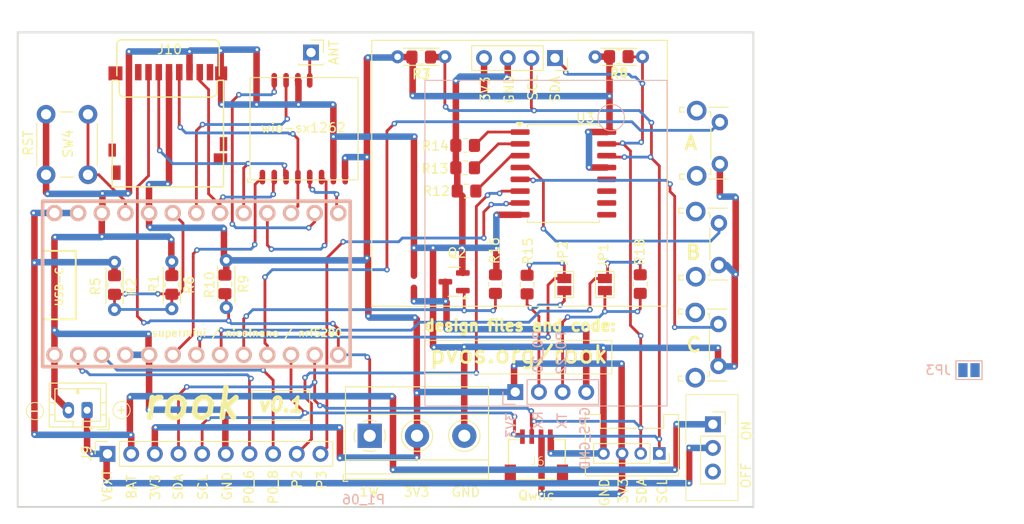
<source format=kicad_pcb>
(kicad_pcb (version 20240108) (generator "pcbnew") (generator_version "8.0")
  (layers (0 "F.Cu" signal) (31 "B.Cu" signal) (34 "B.Paste" user) (35 "F.Paste" user) (36 "B.SilkS" user "B.Silkscreen") (37 "F.SilkS" user "F.Silkscreen") (38 "B.Mask" user) (39 "F.Mask" user) (44 "Edge.Cuts" user))
  (net 0 "")
  (net 1 "P1_06")
  (net 2 "GPS_GND")
  (net 3 "RF_SW")
  (net 4 "MESH_BATT_MEASURE")
  (net 5 "GND")
  (net 6 "BAT")
  (net 7 "GPS_TX")
  (net 8 "GPS_RX")
  (net 9 "3V3")
  (net 10 "MESH_RST")
  (net 11 "Net-(J2-Pin_3)")
  (net 12 "LORA_RST")
  (net 13 "BUSY")
  (net 14 "ANT")
  (net 15 "MOSI")
  (net 16 "MISO")
  (net 17 "DIO1")
  (net 18 "Net-(J2-Pin_2)")
  (net 19 "SCK")
  (net 20 "SCL")
  (net 21 "SDA")
  (net 22 "V_EXT")
  (net 23 "P0_6")
  (net 24 "P0_8")
  (net 28 "BUTTON_A")
  (net 29 "BUTTON_B")
  (net 30 "GPS_EN")
  (net 31 "LORA_CS")
  (net 32 "P3")
  (net 33 "P2")
  (net 34 "Net-(U3-A2)")
  (net 35 "Net-(U3-A1)")
  (net 36 "Net-(U3-A0)")
  (net 37 "BUTTON_C")
  (net 38 "P6")
  (net 39 "P4")
  (net 40 "P5")
  (net 41 "P7")
  (footprint "footprints:JST_SH4_SKINNY" (layer "F.Cu") (at 52.45 42.764)
    (property "Reference" "J6")
    (property "Value" "Conn_01x04_Socket")
  )
  (footprint "Connector_JST:JST_PH_B2B-PH-K_1x02_P2.00mm_Vertical" (layer "F.Cu") (at 4.2 37.4 180)
    (property "Reference" "J1" (hide yes))
    (property "Value" "Conn_01x02_Socket" (hide yes))
  )
  (footprint "Jumper:SolderJumper-2_P1.3mm_Open_Pad1.0x1.5mm" (layer "F.Cu") (at 55.45 23.9 90)
    (property "Reference" "JP2")
    (property "Value" "Jumper_2_Open")
  )
  (footprint "footprints:nice_nano_cleanest" (layer "F.Cu") (at 17.21 23.83)
    (property "Reference" "U2" (hide yes))
    (property "Value" "nice_nano_clean" (hide yes))
  )
  (footprint "Resistor_THT:R_Axial_DIN0204_L3.6mm_D1.6mm_P5.08mm_Horizontal" (layer "F.Cu") (at 19.15 26.38 90)
    (property "Reference" "R10")
    (property "Value" "R")
  )
  (footprint "Resistor_SMD:R_0805_2012Metric_Pad1.20x1.40mm_HandSolder" (layer "F.Cu") (at 44.8 8.95)
    (property "Reference" "R14")
    (property "Value" "R")
  )
  (footprint "Resistor_SMD:R_0805_2012Metric_Pad1.20x1.40mm_HandSolder" (layer "F.Cu") (at 44.8 11.35)
    (property "Reference" "R13")
    (property "Value" "R")
  )
  (footprint "Resistor_SMD:R_0805_2012Metric_Pad1.20x1.40mm_HandSolder" (layer "F.Cu") (at 7.15 23.95 -90)
    (property "Reference" "R5")
    (property "Value" "R")
  )
  (footprint "Jumper:SolderJumper-2_P1.3mm_Open_Pad1.0x1.5mm" (layer "F.Cu") (at 59.8 23.9 90)
    (property "Reference" "JP1")
    (property "Value" "Jumper_2_Open")
  )
  (footprint "Resistor_SMD:R_0805_2012Metric_Pad1.20x1.40mm_HandSolder" (layer "F.Cu") (at 19 23.88 90)
    (property "Reference" "R9")
    (property "Value" "R")
  )
  (footprint "Connector_PinSocket_2.54mm:PinSocket_1x10_P2.54mm_Vertical" (layer "F.Cu") (at 6.4 42.1 90)
    (property "Reference" "J9")
    (property "Value" "Conn_01x10_Socket")
  )
  (footprint "MountingHole:MountingHole_3.2mm_M3" (layer "F.Cu") (at 0 44)
    (property "Reference" "H4" (hide yes))
    (property "Value" "MountingHole")
  )
  (footprint "Resistor_SMD:R_0805_2012Metric_Pad1.20x1.40mm_HandSolder" (layer "F.Cu") (at 51.45 23.9 90)
    (property "Reference" "R15")
    (property "Value" "R")
  )
  (footprint "Button_Switch_THT:SW_PUSH_6mm" (layer "F.Cu") (at 4.3 5.6 -90)
    (property "Reference" "SW4")
    (property "Value" "SW_Push")
  )
  (footprint "Resistor_SMD:R_0805_2012Metric_Pad1.20x1.40mm_HandSolder" (layer "F.Cu") (at 13.3 23.94 90)
    (property "Reference" "R6")
    (property "Value" "R")
  )
  (footprint "Package_TO_SOT_SMD:SOT-23" (layer "F.Cu") (at 43.6125 23.6 180)
    (property "Reference" "Q2")
    (property "Value" "2N7002")
  )
  (footprint "Package_SO:SOIC-16W_7.5x10.3mm_P1.27mm" (layer "F.Cu") (at 55.35 11.955)
    (property "Reference" "U3")
    (property "Value" "PCF8574")
  )
  (footprint "Resistor_SMD:R_0805_2012Metric_Pad1.20x1.40mm_HandSolder" (layer "F.Cu") (at 48.05 23.85 -90)
    (property "Reference" "R16")
    (property "Value" "10K")
  )
  (footprint "Button_Switch_THT:SW_Tactile_SPST_Angled_PTS645Vx31-2LFS" (layer "F.Cu") (at 72.15 6.45 -90)
    (property "Reference" "SW1" (hide yes))
    (property "Value" "SW_Push")
  )
  (footprint "Resistor_THT:R_Axial_DIN0204_L3.6mm_D1.6mm_P5.08mm_Horizontal" (layer "F.Cu") (at 13.3 26.5 90)
    (property "Reference" "R1")
    (property "Value" "R")
  )
  (footprint "footprints:DM3D-SF_outline" (layer "F.Cu") (at 12.9 1.95 180)
    (property "Reference" "J10")
    (property "Value" "Micro_SD_Card" (hide yes))
  )
  (footprint "Button_Switch_THT:SW_Tactile_SPST_Angled_PTS645Vx31-2LFS" (layer "F.Cu") (at 72.05 17.3 -90)
    (property "Reference" "SW2" (hide yes))
    (property "Value" "SW_Push")
  )
  (footprint "MountingHole:MountingHole_3.2mm_M3" (layer "F.Cu") (at 0 0)
    (property "Reference" "H1" (hide yes))
    (property "Value" "MountingHole" (hide yes))
  )
  (footprint "Resistor_SMD:R_0805_2012Metric_Pad1.20x1.40mm_HandSolder" (layer "F.Cu") (at 63.6 23.85 90)
    (property "Reference" "R18")
    (property "Value" "R")
  )
  (footprint "Button_Switch_THT:SW_Tactile_SPST_Angled_PTS645Vx31-2LFS" (layer "F.Cu") (at 72 28.15 -90)
    (property "Reference" "SW3" (hide yes))
    (property "Value" "SW_Push")
  )
  (footprint "Resistor_SMD:R_0805_2012Metric_Pad1.20x1.40mm_HandSolder" (layer "F.Cu") (at 61.3 -0.6 180)
    (property "Reference" "R8")
    (property "Value" "R")
  )
  (footprint "footprints:ssd1306_a" (layer "F.Cu") (at 54.45 -0.44 -90)
    (property "Reference" "J3" (hide yes))
    (property "Value" "Conn_01x04_Pin")
  )
  (footprint "Resistor_THT:R_Axial_DIN0204_L3.6mm_D1.6mm_P5.08mm_Horizontal" (layer "F.Cu") (at 42.62 -0.58 180)
    (property "Reference" "R3")
    (property "Value" "R")
  )
  (footprint "Resistor_SMD:R_0805_2012Metric_Pad1.20x1.40mm_HandSolder" (layer "F.Cu") (at 40.08 -0.55 180)
    (property "Reference" "R7")
    (property "Value" "R")
  )
  (footprint "Resistor_THT:R_Axial_DIN0204_L3.6mm_D1.6mm_P5.08mm_Horizontal" (layer "F.Cu") (at 7.15 21.5 -90)
    (property "Reference" "R2")
    (property "Value" "R")
  )
  (footprint "footprints:grove_a" (layer "F.Cu") (at 65.65 42.05 -90)
    (property "Reference" "U4" (hide yes))
    (property "Value" "grove_a")
  )
  (footprint "MountingHole:MountingHole_3.2mm_M3" (layer "F.Cu") (at 72 0)
    (property "Reference" "H3" (hide yes))
    (property "Value" "MountingHole")
  )
  (footprint "footprints:usual_switch" (layer "F.Cu") (at 71.4 38.92)
    (property "Reference" "J8" (hide yes))
    (property "Value" "Conn_01x03_Socket")
  )
  (footprint "wio-sx1262:wio-sx1262" (layer "F.Cu") (at 21.7 12.65)
    (property "Reference" "U1" (hide yes))
    (property "Value" "wio-sx1262")
  )
  (footprint "TerminalBlock_Phoenix:TerminalBlock_Phoenix_MKDS-1,5-3-5.08_1x03_P5.08mm_Horizontal" (layer "F.Cu") (at 34.55 40.15)
    (property "Reference" "J7" (hide yes))
    (property "Value" "Screw_Terminal_01x03" (hide yes))
  )
  (footprint "Connector_PinSocket_2.54mm:PinSocket_1x01_P2.54mm_Vertical" (layer "F.Cu") (at 28.25 -1.04)
    (property "Reference" "J4" (hide yes))
    (property "Value" "Conn_01x01_Socket" (hide yes))
  )
  (footprint "Resistor_THT:R_Axial_DIN0204_L3.6mm_D1.6mm_P5.08mm_Horizontal" (layer "F.Cu") (at 63.84 -0.57 180)
    (property "Reference" "R4")
    (property "Value" "R")
  )
  (footprint "Resistor_SMD:R_0805_2012Metric_Pad1.20x1.40mm_HandSolder" (layer "F.Cu") (at 44.95 13.85)
    (property "Reference" "R12")
    (property "Value" "R")
  )
  (footprint "footprints:gps_ublox_blue" (layer "B.Cu") (at 50.18 35.45 -90)
    (property "Reference" "J2" (hide yes))
    (property "Value" "Conn_01x04_Pin")
  )
  (footprint "Jumper:SolderJumper-2_P1.3mm_Open_Pad1.0x1.5mm" (layer "B.Cu") (at 98.9 33.1)
    (property "Reference" "JP3")
    (property "Value" "Jumper_2_Open")
  )
  (gr_circle (center -1.4 37.5) (end -0.7 38.1) (stroke (width 0.1)) (fill none) (layer "F.SilkS"))
  (gr_circle (center 7.9 37.4) (end 8.6 38) (stroke (width 0.1)) (fill none) (layer "F.SilkS"))
  (gr_rect (start 21.9 35.3) (end 28.1 38.5) (stroke (width 0.1)) (fill none) (layer "F.SilkS"))
  (gr_rect (start 40.45 29.9) (end 60.55 33.5) (stroke (width 0.1)) (fill none) (layer "F.SilkS"))
  (gr_rect (start -3.25 -3.2) (end 75.75 47.8) (stroke (width 0.2)) (fill none) (layer "Edge.Cuts"))
  (gr_text "P0_20" (at 53.2 28.7 90) (layer "B.SilkS") (effects (font (size 1 1)) (justify left bottom mirror)))
  (gr_text "TX" (at 55.8 37.6 90) (layer "B.SilkS") (effects (font (size 1 1)) (justify left bottom mirror)))
  (gr_text "RX" (at 53.2 37.4 90) (layer "B.SilkS") (effects (font (size 1 1)) (justify left bottom mirror)))
  (gr_text "P1_06" (at 36.3 47.6 0) (layer "B.SilkS") (effects (font (size 1 1)) (justify left bottom mirror)))
  (gr_text "3V3" (at 50.3 37.55 90) (layer "B.SilkS") (effects (font (size 1 1)) (justify left bottom mirror)))
  (gr_text "P0_22" (at 55.7 28.85 90) (layer "B.SilkS") (effects (font (size 1 1)) (justify left bottom mirror)))
  (gr_text "GPS_GND" (at 58.25 36.95 90) (layer "B.SilkS") (effects (font (size 1 1)) (justify left bottom mirror)))
  (gr_text "P0_6" (at 22.17 47.6 90) (layer "F.SilkS") (effects (font (size 1 1)) (justify left bottom)))
  (gr_text "B" (at 68.35 21.3 0) (layer "F.SilkS") (effects (font (size 1.5 1.5) (thickness 0.3) (bold yes)) (justify left bottom)))
  (gr_text "pvos.org/rook" (at 40.85 32.5 0) (layer "F.SilkS") (effects (font (size 1.8 1.8) (thickness 0.3) (bold yes)) (justify left bottom)))
  (gr_text "RST" (at -1.55 10.15 90) (layer "F.SilkS") (effects (font (size 1 1)) (justify left bottom)))
  (gr_text "SCL" (at 17.22 47.15 90) (layer "F.SilkS") (effects (font (size 1 1)) (justify left bottom)))
  (gr_text "+" (at 8.4 38.121954 90) (layer "F.SilkS") (effects (font (size 1 1)) (justify left bottom)))
  (gr_text "3V3" (at 47.55 4.4 90) (layer "F.SilkS") (effects (font (size 1 1)) (justify left bottom)))
  (gr_text "SCL" (at 66.55 47.55 90) (layer "F.SilkS") (effects (font (size 1 1)) (justify left bottom)))
  (gr_text "OFF" (at 75.55 45.9 90) (layer "F.SilkS") (effects (font (size 1 1)) (justify left bottom)))
  (gr_text "GND" (at 50.1 4.55 90) (layer "F.SilkS") (effects (font (size 1 1)) (justify left bottom)))
  (gr_text "SDA" (at 64.35 47.597619 90) (layer "F.SilkS") (effects (font (size 1 1)) (justify left bottom)))
  (gr_text "ANT" (at 30.7 -1.04 90) (layer "F.SilkS") (effects (font (size 1 1))))
  (gr_text "3V3" (at 12.12 47.15 90) (layer "F.SilkS") (effects (font (size 1 1)) (justify left bottom)))
  (gr_text "SCL" (at 52.65 4.2 90) (layer "F.SilkS") (effects (font (size 1 1)) (justify left bottom)))
  (gr_text "P0_8" (at 24.77 47.6 90) (layer "F.SilkS") (effects (font (size 1 1)) (justify left bottom)))
  (gr_text "3V3" (at 38.1 46.8 0) (layer "F.SilkS") (effects (font (size 1 1)) (justify left bottom)))
  (gr_text "3V3" (at 62.35 47.55 90) (layer "F.SilkS") (effects (font (size 1 1)) (justify left bottom)))
  (gr_text "GND" (at 60.35 47.835714 90) (layer "F.SilkS") (effects (font (size 1 1)) (justify left bottom)))
  (gr_text "P2" (at 27.33 45.9 90) (layer "F.SilkS") (effects (font (size 1 1)) (justify left bottom)))
  (gr_text "C" (at 68.4 31.25 0) (layer "F.SilkS") (effects (font (size 1.5 1.5) (thickness 0.3) (bold yes)) (justify left bottom)))
  (gr_text "SDA" (at 55.05 4.4 90) (layer "F.SilkS") (effects (font (size 1 1)) (justify left bottom)))
  (gr_text "v0.1" (at 22.4 37.7 0) (layer "F.SilkS") (effects (font (size 1.5 1.5) (thickness 0.375) (bold yes) (italic yes)) (justify left bottom)))
  (gr_text "rook" (at 9.8 38.6 0) (layer "F.SilkS") (effects (font (size 3.2 3.2) (thickness 0.6) (bold yes) (italic yes)) (justify left bottom)))
  (gr_text "BAT" (at 9.57 47.05 90) (layer "F.SilkS") (effects (font (size 1 1)) (justify left bottom)))
  (gr_text "A" (at 68.19 9.55 0) (layer "F.SilkS") (effects (font (size 1.5 1.5) (thickness 0.3) (bold yes)) (justify left bottom)))
  (gr_text "GND" (at 19.82 47.2 90) (layer "F.SilkS") (effects (font (size 1 1)) (justify left bottom)))
  (gr_text "GND" (at 43.25 46.8 0) (layer "F.SilkS") (effects (font (size 1 1)) (justify left bottom)))
  (gr_text "VEXT" (at 6.97 47.35 90) (layer "F.SilkS") (effects (font (size 1 1)) (justify left bottom)))
  (gr_text "ON" (at 75.6 40.75 90) (layer "F.SilkS") (effects (font (size 1 1)) (justify left bottom)))
  (gr_text "design files and code:" (at 40.25 29 0) (layer "F.SilkS") (effects (font (size 1.2 1.2) (thickness 0.3) (bold yes)) (justify left bottom)))
  (gr_text "Qwiic" (at 52.45 47.15 0) (layer "F.SilkS") (effects (font (size 1 1)) (justify bottom)))
  (gr_text "-" (at -0.7 37 180) (layer "F.SilkS") (effects (font (size 1 1)) (justify left bottom)))
  (gr_text "1W" (at 33.35 46.75 0) (layer "F.SilkS") (effects (font (size 1 1)) (justify left bottom)))
  (gr_text "SDA" (at 14.57 47.15 90) (layer "F.SilkS") (effects (font (size 1 1)) (justify left bottom)))
  (gr_text "P3" (at 29.98 45.95 90) (layer "F.SilkS") (effects (font (size 1 1)) (justify left bottom)))
  (segment (start 19.4 27.8) (end 19.4 26.63) (width 0.3) (layer "F.Cu") (net 1))
  (segment (start 10.8 1.075) (end 10.8 12.210051) (width 0.3) (layer "F.Cu") (net 1))
  (segment (start 9.6 13.410051) (end 9.6 27.3) (width 0.3) (layer "F.Cu") (net 1))
  (segment (start 9.6 27.3) (end 10.3 28) (width 0.3) (layer "F.Cu") (net 1))
  (segment (start 19.15 26.38) (end 19.15 25.03) (width 0.3) (layer "F.Cu") (net 1))
  (segment (start 19.15 25.03) (end 19 24.88) (width 0.3) (layer "F.Cu") (net 1))
  (segment (start 31.18 31.45) (end 31.18 28.68) (width 0.3) (layer "F.Cu") (net 1))
  (segment (start 34.55 40.15) (end 34.55 31.95) (width 0.3) (layer "F.Cu") (net 1))
  (segment (start 31.18 28.68) (end 30.6 28.1) (width 0.3) (layer "F.Cu") (net 1))
  (segment (start 10.8 12.210051) (end 9.6 13.410051) (width 0.3) (layer "F.Cu") (net 1))
  (segment (start 19.4 26.63) (end 19.15 26.38) (width 0.3) (layer "F.Cu") (net 1))
  (segment (start 34.55 31.95) (end 34.3 31.7) (width 0.3) (layer "F.Cu") (net 1))
  (via (at 19.4 27.8) (size 0.6) (drill 0.3) (layers "F.Cu" "B.Cu") (net 1))
  (via (at 30.6 28.1) (size 0.6) (drill 0.3) (layers "F.Cu" "B.Cu") (net 1))
  (via (at 34.3 31.7) (size 0.6) (drill 0.3) (layers "F.Cu" "B.Cu") (net 1))
  (via (at 10.3 28) (size 0.6) (drill 0.3) (layers "F.Cu" "B.Cu") (net 1))
  (segment (start 10.8 28) (end 11 27.8) (width 0.3) (layer "B.Cu") (net 1))
  (segment (start 30.6 28.1) (end 19.7 28.1) (width 0.3) (layer "B.Cu") (net 1))
  (segment (start 19.7 28.1) (end 19.4 27.8) (width 0.3) (layer "B.Cu") (net 1))
  (segment (start 34.05 31.45) (end 31.18 31.45) (width 0.3) (layer "B.Cu") (net 1))
  (segment (start 10.3 28) (end 10.8 28) (width 0.3) (layer "B.Cu") (net 1))
  (segment (start 34.3 31.7) (end 34.05 31.45) (width 0.3) (layer "B.Cu") (net 1))
  (segment (start 11 27.8) (end 19.4 27.8) (width 0.3) (layer "B.Cu") (net 1))
  (segment (start 42.8 25.8) (end 42.7 25.7) (width 0.7) (layer "F.Cu") (net 2))
  (segment (start 39.3 24.25) (end 39.3 25.7) (width 0.7) (layer "F.Cu") (net 2))
  (segment (start 42.8 28.65) (end 42.8 25.8) (width 0.7) (layer "F.Cu") (net 2))
  (segment (start 57.8 35.45) (end 57.8 28.7) (width 0.7) (layer "F.Cu") (net 2))
  (segment (start 42.7 25.7) (end 42.7 23.625) (width 0.7) (layer "F.Cu") (net 2))
  (segment (start 42.7 23.625) (end 42.675 23.6) (width 0.7) (layer "F.Cu") (net 2))
  (via (at 57.8 28.7) (size 0.6) (drill 0.3) (layers "F.Cu" "B.Cu") (net 2))
  (via (at 42.8 28.65) (size 0.6) (drill 0.3) (layers "F.Cu" "B.Cu") (net 2))
  (via (at 39.3 25.7) (size 0.6) (drill 0.3) (layers "F.Cu" "B.Cu") (net 2))
  (via (at 42.7 25.7) (size 0.6) (drill 0.3) (layers "F.Cu" "B.Cu") (net 2))
  (segment (start 42.85 28.7) (end 42.8 28.65) (width 0.7) (layer "B.Cu") (net 2))
  (segment (start 57.8 28.7) (end 42.85 28.7) (width 0.7) (layer "B.Cu") (net 2))
  (segment (start 39.3 25.7) (end 42.7 25.7) (width 0.7) (layer "B.Cu") (net 2))
  (segment (start 22.2 19.6) (end 22.2463 19.5537) (width 0.3) (layer "F.Cu") (net 3))
  (segment (start 15.6 29.25) (end 15.6 20.9) (width 0.3) (layer "F.Cu") (net 3))
  (segment (start 13.4 31.45) (end 15.6 29.25) (width 0.3) (layer "F.Cu") (net 3))
  (segment (start 22.2463 19.5537) (end 22.2463 13.1337) (width 0.3) (layer "F.Cu") (net 3))
  (segment (start 22.2463 13.1337) (end 23.03 12.35) (width 0.3) (layer "F.Cu") (net 3))
  (segment (start 15.6 20.9) (end 15.6 20.6) (width 0.3) (layer "F.Cu") (net 3))
  (segment (start 15.6 20.6) (end 16 20.2) (width 0.3) (layer "F.Cu") (net 3))
  (via (at 22.2 19.6) (size 0.6) (drill 0.3) (layers "F.Cu" "B.Cu") (net 3))
  (via (at 16 20.2) (size 0.6) (drill 0.3) (layers "F.Cu" "B.Cu") (net 3))
  (segment (start 16.1 20.1) (end 21.8 20.1) (width 0.3) (layer "B.Cu") (net 3))
  (segment (start 22.2 19.7) (end 22.2 19.6) (width 0.3) (layer "B.Cu") (net 3))
  (segment (start 16 20.2) (end 16.1 20.1) (width 0.3) (layer "B.Cu") (net 3))
  (segment (start 21.8 20.1) (end 22.2 19.7) (width 0.3) (layer "B.Cu") (net 3))
  (segment (start 7.15 26.58) (end 7.15 24.95) (width 0.3) (layer "F.Cu") (net 4))
  (segment (start 8.25 24.95) (end 8.3 24.9) (width 0.3) (layer "F.Cu") (net 4))
  (segment (start 13.4 16.21) (end 14.5 17.31) (width 0.3) (layer "F.Cu") (net 4))
  (segment (start 13.26 24.9) (end 13.3 24.94) (width 0.3) (layer "F.Cu") (net 4))
  (segment (start 14.5 24.5) (end 14.06 24.94) (width 0.3) (layer "F.Cu") (net 4))
  (segment (start 14.06 24.94) (end 13.3 24.94) (width 0.3) (layer "F.Cu") (net 4))
  (segment (start 13.3 26.5) (end 13.3 24.94) (width 0.3) (layer "F.Cu") (net 4))
  (segment (start 14.5 17.31) (end 14.5 24.5) (width 0.3) (layer "F.Cu") (net 4))
  (segment (start 7.15 24.95) (end 8.25 24.95) (width 0.3) (layer "F.Cu") (net 4))
  (segment (start 11.8 24.9) (end 13.26 24.9) (width 0.3) (layer "F.Cu") (net 4))
  (via (at 8.3 24.9) (size 0.6) (drill 0.3) (layers "F.Cu" "B.Cu") (net 4))
  (via (at 11.8 24.9) (size 0.6) (drill 0.3) (layers "F.Cu" "B.Cu") (net 4))
  (segment (start 8.3 24.9) (end 11.8 24.9) (width 0.3) (layer "B.Cu") (net 4))
  (segment (start 7.15 26.58) (end 13.22 26.58) (width 0.3) (layer "B.Cu") (net 4))
  (segment (start 13.22 26.58) (end 13.3 26.5) (width 0.3) (layer "B.Cu") (net 4))
  (segment (start 0.7 31.45) (end 0.7 35.9) (width 0.7) (layer "F.Cu") (net 5))
  (segment (start 19.05 37.4) (end 19.05 42.05) (width 0.7) (layer "F.Cu") (net 5))
  (segment (start 44.5 19.95) (end 44.5 22.6) (width 0.7) (layer "F.Cu") (net 5))
  (segment (start 5.78 16.21) (end 5.78 18.73) (width 0.7) (layer "F.Cu") (net 5))
  (segment (start -0.2 14) (end -0.05 14.15) (width 0.7) (layer "F.Cu") (net 5))
  (segment (start 0.7 31.45) (end 0.7 18.85) (width 0.7) (layer "F.Cu") (net 5))
  (segment (start 44.65 40.21) (end 44.71 40.15) (width 0.7) (layer "F.Cu") (net 5))
  (segment (start 13.3 22.94) (end 13.3 21.42) (width 0.7) (layer "F.Cu") (net 5))
  (segment (start 10.86 31.45) (end 10.86 37.34) (width 0.7) (layer "F.Cu") (net 5))
  (segment (start 18.55 -1.25) (end 18.55 1.15) (width 0.7) (layer "F.Cu") (net 5))
  (segment (start 22.4 4.55) (end 22.4 -1.3) (width 0.7) (layer "F.Cu") (net 5))
  (segment (start 44.5 22.6) (end 44.55 22.65) (width 0.7) (layer "F.Cu") (net 5))
  (segment (start 48.15 20) (end 48.15 22.75) (width 0.7) (layer "F.Cu") (net 5))
  (segment (start -0.2 5.6) (end -0.2 12.1) (width 0.7) (layer "F.Cu") (net 5))
  (segment (start 54 42.05) (end 54 40.3) (width 0.7) (layer "F.Cu") (net 5))
  (segment (start 13.25 21.37) (end 13.3 21.42) (width 0.7) (layer "F.Cu") (net 5))
  (segment (start 43.95 11.5) (end 43.8 11.35) (width 0.7) (layer "F.Cu") (net 5))
  (segment (start 30.65 8) (end 30.65 4.6) (width 0.7) (layer "F.Cu") (net 5))
  (segment (start 44.71 39.94) (end 44.7 39.93) (width 0.7) (layer "F.Cu") (net 5))
  (segment (start 43.8 8.95) (end 43.8 11.35) (width 0.7) (layer "F.Cu") (net 5))
  (segment (start 44.71 40.15) (end 44.71 39.94) (width 0.7) (layer "F.Cu") (net 5))
  (segment (start 10.8 31.39) (end 10.86 31.45) (width 0.7) (layer "F.Cu") (net 5))
  (segment (start 30.65 12.35) (end 30.65 8) (width 0.7) (layer "F.Cu") (net 5))
  (segment (start 49.37 -0.44) (end 49.37 1.43) (width 0.7) (layer "F.Cu") (net 5))
  (segment (start 10.86 37.34) (end 10.85 37.35) (width 0.7) (layer "F.Cu") (net 5))
  (segment (start 73.85 14.55) (end 73.85 22.8) (width 0.7) (layer "F.Cu") (net 5))
  (segment (start 18.6 4.5) (end 18.65 4.55) (width 0.7) (layer "F.Cu") (net 5))
  (segment (start 39.3 19.95) (end 39.3 8.05) (width 0.7) (layer "F.Cu") (net 5))
  (segment (start -0.2 12.1) (end -0.2 14) (width 0.7) (layer "F.Cu") (net 5))
  (segment (start 44.5 19.95) (end 44.5 14.4) (width 0.7) (layer "F.Cu") (net 5))
  (segment (start 10.8 29.2) (end 10.8 31.39) (width 0.7) (layer "F.Cu") (net 5))
  (segment (start 39.3 8.05) (end 39.35 8) (width 0.7) (layer "F.Cu") (net 5))
  (segment (start 26.9 4.55) (end 26.9 2.01) (width 0.7) (layer "F.Cu") (net 5))
  (segment (start 71.95 30.7) (end 71.95 32.6) (width 0.7) (layer "F.Cu") (net 5))
  (segment (start 5.85 14.1) (end 5.85 16.14) (width 0.7) (layer "F.Cu") (net 5))
  (segment (start 0.7 18.85) (end 0.75 18.8) (width 0.7) (layer "F.Cu") (net 5))
  (segment (start 54 40.3) (end 53.95 40.25) (width 0.7) (layer "F.Cu") (net 5))
  (segment (start 8.7 14) (end 8.6 14.1) (width 0.7) (layer "F.Cu") (net 5))
  (segment (start 50.7 16.4) (end 48.2 16.4) (width 0.7) (layer "F.Cu") (net 5))
  (segment (start 5.85 16.14) (end 5.78 16.21) (width 0.7) (layer "F.Cu") (net 5))
  (segment (start 59.65 30.7) (end 59.65 42.05) (width 0.7) (layer "F.Cu") (net 5))
  (segment (start 43.8 2) (end 43.8 8.95) (width 0.7) (layer "F.Cu") (net 5))
  (segment (start 59.7 42) (end 59.65 42.05) (width 0.7) (layer "F.Cu") (net 5))
  (segment (start 13.25 19.05) (end 13.25 21.37) (width 0.7) (layer "F.Cu") (net 5))
  (segment (start 8.7 -1.15) (end 8.7 14) (width 0.7) (layer "F.Cu") (net 5))
  (segment (start 72.15 10.95) (end 72.15 14.45) (width 0.7) (layer "F.Cu") (net 5))
  (segment (start 18.6 1.2) (end 18.6 4.5) (width 0.7) (layer "F.Cu") (net 5))
  (segment (start 44.7 39.93) (end 44.7 30.6) (width 0.7) (layer "F.Cu") (net 5))
  (segment (start 44.5 14.4) (end 43.95 13.85) (width 0.7) (layer "F.Cu") (net 5))
  (segment (start 22.4 -1.3) (end 22.45 -1.35) (width 0.7) (layer "F.Cu") (net 5))
  (segment (start 73.75 32.65) (end 73.7 32.7) (width 0.7) (layer "F.Cu") (net 5))
  (segment (start 0.7 35.9) (end 2.2 37.4) (width 0.7) (layer "F.Cu") (net 5))
  (segment (start 73.75 22.9) (end 73.75 32.65) (width 0.7) (layer "F.Cu") (net 5))
  (segment (start 41.35 19.95) (end 41.35 30.55) (width 0.7) (layer "F.Cu") (net 5))
  (segment (start 48.15 22.75) (end 48.05 22.85) (width 0.7) (layer "F.Cu") (net 5))
  (segment (start 73.85 22.8) (end 73.75 22.9) (width 0.7) (layer "F.Cu") (net 5))
  (segment (start 71.95 32.6) (end 72 32.65) (width 0.7) (layer "F.Cu") (net 5))
  (segment (start 48.2 16.4) (end 48.15 16.45) (width 0.7) (layer "F.Cu") (net 5))
  (segment (start 26.9 2.01) (end 26.84 1.95) (width 0.7) (layer "F.Cu") (net 5))
  (segment (start 39.3 22.95) (end 39.3 19.95) (width 0.7) (layer "F.Cu") (net 5))
  (segment (start 15.2 -1.15) (end 15.2 1.075) (width 0.7) (layer "F.Cu") (net 5))
  (segment (start 5.78 18.73) (end 5.8 18.75) (width 0.7) (layer "F.Cu") (net 5))
  (segment (start 49.37 1.43) (end 49.25 1.55) (width 0.7) (layer "F.Cu") (net 5))
  (segment (start 30.65 4.6) (end 30.6 4.55) (width 0.7) (layer "F.Cu") (net 5))
  (segment (start 43.95 13.85) (end 43.95 11.5) (width 0.7) (layer "F.Cu") (net 5))
  (segment (start 19.05 42.05) (end 19.1 42.1) (width 0.7) (layer "F.Cu") (net 5))
  (segment (start 41.35 30.55) (end 41.45 30.65) (width 0.7) (layer "F.Cu") (net 5))
  (segment (start 18.55 1.15) (end 18.6 1.2) (width 0.7) (layer "F.Cu") (net 5))
  (via (at 8.6 14.1) (size 0.6) (drill 0.3) (layers "F.Cu" "B.Cu") (net 5))
  (via (at 44.5 19.95) (size 0.6) (drill 0.3) (layers "F.Cu" "B.Cu") (net 5))
  (via (at 49.25 1.55) (size 0.6) (drill 0.3) (layers "F.Cu" "B.Cu") (net 5))
  (via (at 19.05 37.4) (size 0.6) (drill 0.3) (layers "F.Cu" "B.Cu") (net 5))
  (via (at 41.45 30.65) (size 0.6) (drill 0.3) (layers "F.Cu" "B.Cu") (net 5))
  (via (at 0.75 18.8) (size 0.6) (drill 0.3) (layers "F.Cu" "B.Cu") (net 5))
  (via (at 15.2 -1.15) (size 0.6) (drill 0.3) (layers "F.Cu" "B.Cu") (net 5))
  (via (at 10.8 29.2) (size 0.6) (drill 0.3) (layers "F.Cu" "B.Cu") (net 5))
  (via (at 39.3 19.95) (size 0.6) (drill 0.3) (layers "F.Cu" "B.Cu") (net 5))
  (via (at 18.65 4.55) (size 0.6) (drill 0.3) (layers "F.Cu" "B.Cu") (net 5))
  (via (at 18.55 -1.25) (size 0.6) (drill 0.3) (layers "F.Cu" "B.Cu") (net 5))
  (via (at 5.85 14.1) (size 0.6) (drill 0.3) (layers "F.Cu" "B.Cu") (net 5))
  (via (at 48.15 16.45) (size 0.6) (drill 0.3) (layers "F.Cu" "B.Cu") (net 5))
  (via (at 30.6 4.55) (size 0.6) (drill 0.3) (layers "F.Cu" "B.Cu") (net 5))
  (via (at 43.8 2) (size 0.6) (drill 0.3) (layers "F.Cu" "B.Cu") (net 5))
  (via (at 10.85 37.35) (size 0.6) (drill 0.3) (layers "F.Cu" "B.Cu") (net 5))
  (via (at 73.85 22.8) (size 0.6) (drill 0.3) (layers "F.Cu" "B.Cu") (net 5))
  (via (at 54 42.05) (size 0.6) (drill 0.3) (layers "F.Cu" "B.Cu") (net 5))
  (via (at 73.7 32.7) (size 0.6) (drill 0.3) (layers "F.Cu" "B.Cu") (net 5))
  (via (at 30.65 8) (size 0.6) (drill 0.3) (layers "F.Cu" "B.Cu") (net 5))
  (via (at 8.7 -1.15) (size 0.6) (drill 0.3) (layers "F.Cu" "B.Cu") (net 5))
  (via (at 39.35 8) (size 0.6) (drill 0.3) (layers "F.Cu" "B.Cu") (net 5))
  (via (at -0.05 14.15) (size 0.6) (drill 0.3) (layers "F.Cu" "B.Cu") (net 5))
  (via (at 72.15 14.45) (size 0.6) (drill 0.3) (layers "F.Cu" "B.Cu") (net 5))
  (via (at 22.45 -1.35) (size 0.6) (drill 0.3) (layers "F.Cu" "B.Cu") (net 5))
  (via (at 59.65 30.7) (size 0.6) (drill 0.3) (layers "F.Cu" "B.Cu") (net 5))
  (via (at 22.4 4.55) (size 0.6) (drill 0.3) (layers "F.Cu" "B.Cu") (net 5))
  (via (at 71.95 30.7) (size 0.6) (drill 0.3) (layers "F.Cu" "B.Cu") (net 5))
  (via (at 5.8 18.75) (size 0.6) (drill 0.3) (layers "F.Cu" "B.Cu") (net 5))
  (via (at 44.7 30.6) (size 0.6) (drill 0.3) (layers "F.Cu" "B.Cu") (net 5))
  (via (at 26.9 4.55) (size 0.6) (drill 0.3) (layers "F.Cu" "B.Cu") (net 5))
  (via (at 73.85 14.55) (size 0.6) (drill 0.3) (layers "F.Cu" "B.Cu") (net 5))
  (via (at 41.35 19.95) (size 0.6) (drill 0.3) (layers "F.Cu" "B.Cu") (net 5))
  (via (at 0.7 28.8) (size 0.6) (drill 0.3) (layers "F.Cu" "B.Cu") (net 5))
  (via (at 48.15 20) (size 0.6) (drill 0.3) (layers "F.Cu" "B.Cu") (net 5))
  (via (at 13.25 19.05) (size 0.6) (drill 0.3) (layers "F.Cu" "B.Cu") (net 5))
  (segment (start 59.65 42.05) (end 54 42.05) (width 0.7) (layer "B.Cu") (net 5))
  (segment (start 44.65 30.65) (end 44.7 30.6) (width 0.7) (layer "B.Cu") (net 5))
  (segment (start 48.15 16.45) (end 48.15 20) (width 0.7) (layer "B.Cu") (net 5))
  (segment (start 18.65 4.55) (end 22.4 4.55) (width 0.7) (layer "B.Cu") (net 5))
  (segment (start 0.75 18.8) (end 5.75 18.8) (width 0.7) (layer "B.Cu") (net 5))
  (segment (start 49.25 1.55) (end 44.25 1.55) (width 0.7) (layer "B.Cu") (net 5))
  (segment (start -0.05 14.15) (end 5.8 14.15) (width 0.7) (layer "B.Cu") (net 5))
  (segment (start 72.15 14.45) (end 73.75 14.45) (width 0.7) (layer "B.Cu") (net 5))
  (segment (start 44.25 1.55) (end 43.8 2) (width 0.7) (layer "B.Cu") (net 5))
  (segment (start 18.55 -1.25) (end 15.3 -1.25) (width 0.7) (layer "B.Cu") (net 5))
  (segment (start 39.35 8) (end 30.65 8) (width 0.7) (layer "B.Cu") (net 5))
  (segment (start 5.75 18.8) (end 5.8 18.75) (width 0.7) (layer "B.Cu") (net 5))
  (segment (start 10.85 37.35) (end 19 37.35) (width 0.7) (layer "B.Cu") (net 5))
  (segment (start 1.1 29.2) (end 10.8 29.2) (width 0.7) (layer "B.Cu") (net 5))
  (segment (start 30.6 4.55) (end 26.9 4.55) (width 0.7) (layer "B.Cu") (net 5))
  (segment (start 8.32 31.45) (end 10.86 31.45) (width 0.7) (layer "B.Cu") (net 5))
  (segment (start 48.1 19.95) (end 48.15 20) (width 0.7) (layer "B.Cu") (net 5))
  (segment (start 72.05 21.8) (end 72.85 21.8) (width 0.7) (layer "B.Cu") (net 5))
  (segment (start 19 37.35) (end 19.05 37.4) (width 0.7) (layer "B.Cu") (net 5))
  (segment (start 44.7 30.6) (end 59.55 30.6) (width 0.7) (layer "B.Cu") (net 5))
  (segment (start 59.65 30.7) (end 71.95 30.7) (width 0.7) (layer "B.Cu") (net 5))
  (segment (start 44.5 19.95) (end 48.1 19.95) (width 0.7) (layer "B.Cu") (net 5))
  (segment (start 12.95 18.75) (end 13.25 19.05) (width 0.7) (layer "B.Cu") (net 5))
  (segment (start 5.85 14.1) (end 8.6 14.1) (width 0.7) (layer "B.Cu") (net 5))
  (segment (start 73.7 32.7) (end 72.05 32.7) (width 0.7) (layer "B.Cu") (net 5))
  (segment (start 0.7 28.8) (end 1.1 29.2) (width 0.7) (layer "B.Cu") (net 5))
  (segment (start 39.3 19.95) (end 44.5 19.95) (width 0.7) (layer "B.Cu") (net 5))
  (segment (start 5.8 14.15) (end 5.85 14.1) (width 0.7) (layer "B.Cu") (net 5))
  (segment (start 59.55 30.6) (end 59.65 30.7) (width 0.7) (layer "B.Cu") (net 5))
  (segment (start 5.8 18.75) (end 12.95 18.75) (width 0.7) (layer "B.Cu") (net 5))
  (segment (start 72.85 21.8) (end 73.85 22.8) (width 0.7) (layer "B.Cu") (net 5))
  (segment (start 15.3 -1.25) (end 15.2 -1.15) (width 0.7) (layer "B.Cu") (net 5))
  (segment (start 41.45 30.65) (end 44.65 30.65) (width 0.7) (layer "B.Cu") (net 5))
  (segment (start 72.05 32.7) (end 72 32.65) (width 0.7) (layer "B.Cu") (net 5))
  (segment (start 15.2 -1.15) (end 8.7 -1.15) (width 0.7) (layer "B.Cu") (net 5))
  (segment (start 73.75 14.45) (end 73.85 14.55) (width 0.7) (layer "B.Cu") (net 5))
  (segment (start 26.9 4.55) (end 22.4 4.55) (width 0.7) (layer "B.Cu") (net 5))
  (segment (start 18.65 -1.35) (end 18.55 -1.25) (width 0.7) (layer "B.Cu") (net 5))
  (segment (start 22.45 -1.35) (end 18.65 -1.35) (width 0.7) (layer "B.Cu") (net 5))
  (segment (start -1.45 40) (end -1.45 21.55) (width 0.7) (layer "F.Cu") (net 6))
  (segment (start 8.8 36) (end 8.8 39.95) (width 0.7) (layer "F.Cu") (net 6))
  (segment (start 37.05 43.8) (end 37.05 36) (width 0.7) (layer "F.Cu") (net 6))
  (segment (start -1.45 16.3) (end -1.55 16.2) (width 0.7) (layer "F.Cu") (net 6))
  (segment (start 37.05 36) (end 36.95 35.9) (width 0.7) (layer "F.Cu") (net 6))
  (segment (start 67.5 43.6) (end 67.3 43.8) (width 0.7) (layer "F.Cu") (net 6))
  (segment (start 67.5 38.9) (end 67.5 43.6) (width 0.7) (layer "F.Cu") (net 6))
  (segment (start 8.8 39.95) (end 8.9 40.05) (width 0.7) (layer "F.Cu") (net 6))
  (segment (start 8.94 40.09) (end 8.9 40.05) (width 0.7) (layer "F.Cu") (net 6))
  (segment (start 8.94 42.1) (end 8.94 40.09) (width 0.7) (layer "F.Cu") (net 6))
  (segment (start 7.15 21.5) (end 7.15 22.95) (width 0.7) (layer "F.Cu") (net 6))
  (segment (start -1.45 21.55) (end -1.45 16.3) (width 0.7) (layer "F.Cu") (net 6))
  (via (at 8.9 40.05) (size 0.6) (drill 0.3) (layers "F.Cu" "B.Cu") (net 6))
  (via (at 8.8 36) (size 0.6) (drill 0.3) (layers "F.Cu" "B.Cu") (net 6))
  (via (at -1.45 40) (size 0.6) (drill 0.3) (layers "F.Cu" "B.Cu") (net 6))
  (via (at -1.45 21.55) (size 0.6) (drill 0.3) (layers "F.Cu" "B.Cu") (net 6))
  (via (at -1.55 16.2) (size 0.6) (drill 0.3) (layers "F.Cu" "B.Cu") (net 6))
  (via (at 67.3 43.8) (size 0.6) (drill 0.3) (layers "F.Cu" "B.Cu") (net 6))
  (via (at 67.5 38.9) (size 0.6) (drill 0.3) (layers "F.Cu" "B.Cu") (net 6))
  (via (at 37.05 43.8) (size 0.6) (drill 0.3) (layers "F.Cu" "B.Cu") (net 6))
  (via (at 36.95 35.9) (size 0.6) (drill 0.3) (layers "F.Cu" "B.Cu") (net 6))
  (segment (start -1.45 21.55) (end -1.4 21.5) (width 0.7) (layer "B.Cu") (net 6))
  (segment (start -1.4 21.5) (end 7.15 21.5) (width 0.7) (layer "B.Cu") (net 6))
  (segment (start 71.4 38.92) (end 67.52 38.92) (width 0.7) (layer "B.Cu") (net 6))
  (segment (start 0.69 16.2) (end 0.7 16.21) (width 0.7) (layer "B.Cu") (net 6))
  (segment (start 36.95 35.9) (end 8.9 35.9) (width 0.7) (layer "B.Cu") (net 6))
  (segment (start 67.3 43.8) (end 37.05 43.8) (width 0.7) (layer "B.Cu") (net 6))
  (segment (start -1.4 40.05) (end -1.45 40) (width 0.7) (layer "B.Cu") (net 6))
  (segment (start -1.55 16.2) (end 0.69 16.2) (width 0.7) (layer "B.Cu") (net 6))
  (segment (start 8.9 35.9) (end 8.8 36) (width 0.7) (layer "B.Cu") (net 6))
  (segment (start 0.7 16.21) (end 3.24 16.21) (width 0.7) (layer "B.Cu") (net 6))
  (segment (start 67.52 38.92) (end 67.5 38.9) (width 0.7) (layer "B.Cu") (net 6))
  (segment (start 8.9 40.05) (end -1.4 40.05) (width 0.7) (layer "B.Cu") (net 6))
  (segment (start 60.1 21.6) (end 60.1 22.95) (width 0.3) (layer "F.Cu") (net 7))
  (segment (start 18.6 28.8) (end 18.6 31.33) (width 0.3) (layer "F.Cu") (net 7))
  (segment (start 18.6 31.33) (end 18.48 31.45) (width 0.3) (layer "F.Cu") (net 7))
  (segment (start 63.6 21.6) (end 63.5 21.5) (width 0.3) (layer "F.Cu") (net 7))
  (segment (start 58.75 23.25) (end 58.2 23.8) (width 0.3) (layer "F.Cu") (net 7))
  (segment (start 59.8 23.25) (end 58.75 23.25) (width 0.3) (layer "F.Cu") (net 7))
  (segment (start 58.2 23.8) (end 58.2 26.6) (width 0.3) (layer "F.Cu") (net 7))
  (segment (start 63.6 22.85) (end 63.6 21.6) (width 0.3) (layer "F.Cu") (net 7))
  (segment (start 60.1 22.95) (end 59.8 23.25) (width 0.3) (layer "F.Cu") (net 7))
  (via (at 60.1 21.6) (size 0.6) (drill 0.3) (layers "F.Cu" "B.Cu") (net 7))
  (via (at 63.5 21.5) (size 0.6) (drill 0.3) (layers "F.Cu" "B.Cu") (net 7))
  (via (at 18.6 28.8) (size 0.6) (drill 0.3) (layers "F.Cu" "B.Cu") (net 7))
  (via (at 58.2 26.6) (size 0.6) (drill 0.3) (layers "F.Cu" "B.Cu") (net 7))
  (segment (start 63.5 21.5) (end 60.2 21.5) (width 0.3) (layer "B.Cu") (net 7))
  (segment (start 58.2 26.6) (end 58.05 26.75) (width 0.3) (layer "B.Cu") (net 7))
  (segment (start 51.65 27.95) (end 39.889949 27.95) (width 0.3) (layer "B.Cu") (net 7))
  (segment (start 52.85 26.75) (end 51.65 27.95) (width 0.3) (layer "B.Cu") (net 7))
  (segment (start 39.889949 27.95) (end 39.039949 28.8) (width 0.3) (layer "B.Cu") (net 7))
  (segment (start 39.039949 28.8) (end 18.6 28.8) (width 0.3) (layer "B.Cu") (net 7))
  (segment (start 58.05 26.75) (end 52.85 26.75) (width 0.3) (layer "B.Cu") (net 7))
  (segment (start 60.2 21.5) (end 60.1 21.6) (width 0.3) (layer "B.Cu") (net 7))
  (segment (start 16.3 29.7) (end 16.3 31.09) (width 0.3) (layer "F.Cu") (net 8))
  (segment (start 53.7 23.95) (end 53.7 29.55) (width 0.3) (layer "F.Cu") (net 8))
  (segment (start 54.4 23.25) (end 53.7 23.95) (width 0.3) (layer "F.Cu") (net 8))
  (segment (start 51.7 22.65) (end 51.45 22.9) (width 0.3) (layer "F.Cu") (net 8))
  (segment (start 55.45 23.25) (end 54.4 23.25) (width 0.3) (layer "F.Cu") (net 8))
  (segment (start 55.45 21.85) (end 55.2 21.6) (width 0.3) (layer "F.Cu") (net 8))
  (segment (start 55.45 23.25) (end 55.45 21.85) (width 0.3) (layer "F.Cu") (net 8))
  (segment (start 16.3 31.09) (end 15.94 31.45) (width 0.3) (layer "F.Cu") (net 8))
  (segment (start 51.7 21.8) (end 51.7 22.65) (width 0.3) (layer "F.Cu") (net 8))
  (via (at 55.2 21.6) (size 0.6) (drill 0.3) (layers "F.Cu" "B.Cu") (net 8))
  (via (at 53.7 29.55) (size 0.6) (drill 0.3) (layers "F.Cu" "B.Cu") (net 8))
  (via (at 51.7 21.8) (size 0.6) (drill 0.3) (layers "F.Cu" "B.Cu") (net 8))
  (via (at 16.3 29.7) (size 0.6) (drill 0.3) (layers "F.Cu" "B.Cu") (net 8))
  (segment (start 51.9 21.6) (end 51.7 21.8) (width 0.3) (layer "B.Cu") (net 8))
  (segment (start 16.45 29.55) (end 16.3 29.7) (width 0.3) (layer "B.Cu") (net 8))
  (segment (start 53.7 29.55) (end 16.45 29.55) (width 0.3) (layer "B.Cu") (net 8))
  (segment (start 55.2 21.6) (end 51.9 21.6) (width 0.3) (layer "B.Cu") (net 8))
  (segment (start 34.25 10.2) (end 34.25 -0.4) (width 0.7) (layer "F.Cu") (net 9))
  (segment (start 39.6 27.65) (end 39.4 27.45) (width 0.7) (layer "F.Cu") (net 9))
  (segment (start 61.6 38.6) (end 61.6 32.4) (width 0.7) (layer "F.Cu") (net 9))
  (segment (start 11.48 39.32) (end 11.55 39.25) (width 0.7) (layer "F.Cu") (net 9))
  (segment (start 61.65 46.05) (end 61.3 46.4) (width 0.7) (layer "F.Cu") (net 9))
  (segment (start 39.63 40.15) (end 39.63 35.58) (width 0.7) (layer "F.Cu") (net 9))
  (segment (start 60 11.32) (end 58.12 11.32) (width 0.7) (layer "F.Cu") (net 9))
  (segment (start 39.16 3.59) (end 39.16 -0.47) (width 0.7) (layer "F.Cu") (net 9))
  (segment (start 60.3 7.21) (end 60 7.51) (width 0.7) (layer "F.Cu") (net 9))
  (segment (start 46.83 -0.44) (end 46.83 3.63) (width 0.7) (layer "F.Cu") (net 9))
  (segment (start 46.83 3.63) (end 46.85 3.65) (width 0.7) (layer "F.Cu") (net 9))
  (segment (start 61.65 42.05) (end 61.65 46.05) (width 0.7) (layer "F.Cu") (net 9))
  (segment (start 10.86 16.21) (end 10.86 17.66) (width 0.7) (layer "F.Cu") (net 9))
  (segment (start 39.63 35.58) (end 39.6 35.55) (width 0.7) (layer "F.Cu") (net 9))
  (segment (start 34.25 -0.4) (end 34.35 -0.5) (width 0.7) (layer "F.Cu") (net 9))
  (segment (start 53 40.3) (end 52.95 40.25) (width 0.7) (layer "F.Cu") (net 9))
  (segment (start 58.12 11.32) (end 58.1 11.3) (width 0.7) (layer "F.Cu") (net 9))
  (segment (start 34.4 21.2) (end 34.25 21.05) (width 0.7) (layer "F.Cu") (net 9))
  (segment (start 31.9 12.33) (end 31.92 12.35) (width 0.7) (layer "F.Cu") (net 9))
  (segment (start 39.08 -0.55) (end 37.57 -0.55) (width 0.7) (layer "F.Cu") (net 9))
  (segment (start 60.3 3.65) (end 60.3 7.21) (width 0.7) (layer "F.Cu") (net 9))
  (segment (start 39.6 35.55) (end 39.6 27.65) (width 0.7) (layer "F.Cu") (net 9))
  (segment (start 61.6 38.6) (end 61.6 42) (width 0.7) (layer "F.Cu") (net 9))
  (segment (start 58 7.5) (end 59.99 7.5) (width 0.7) (layer "F.Cu") (net 9))
  (segment (start 10.85 13.15) (end 10.85 16.2) (width 0.7) (layer "F.Cu") (net 9))
  (segment (start 19.15 21.3) (end 19.15 22.73) (width 0.7) (layer "F.Cu") (net 9))
  (segment (start 53 46.4) (end 53 40.3) (width 0.7) (layer "F.Cu") (net 9))
  (segment (start 37.57 -0.55) (end 37.54 -0.58) (width 0.7) (layer "F.Cu") (net 9))
  (segment (start 19.15 22.73) (end 19 22.88) (width 0.7) (layer "F.Cu") (net 9))
  (segment (start 39.16 -0.47) (end 39.08 -0.55) (width 0.7) (layer "F.Cu") (net 9))
  (segment (start 50.05 35.32) (end 50.18 35.45) (width 0.7) (layer "F.Cu") (net 9))
  (segment (start 18.9 17.9) (end 18.9 21.05) (width 0.7) (layer "F.Cu") (net 9))
  (segment (start 31.35 39.3) (end 31.3 39.25) (width 0.7) (layer "F.Cu") (net 9))
  (segment (start 59.99 7.5) (end 60 7.51) (width 0.7) (layer "F.Cu") (net 9))
  (segment (start 58.79 -0.6) (end 58.76 -0.57) (width 0.7) (layer "F.Cu") (net 9))
  (segment (start 60.3 -0.6) (end 60.3 3.65) (width 0.7) (layer "F.Cu") (net 9))
  (segment (start 61.6 42) (end 61.65 42.05) (width 0.7) (layer "F.Cu") (net 9))
  (segment (start 39.63 42.47) (end 39.6 42.5) (width 0.7) (layer "F.Cu") (net 9))
  (segment (start 31.9 10.3) (end 31.9 12.33) (width 0.7) (layer "F.Cu") (net 9))
  (segment (start 34.4 27.3) (end 34.4 21.2) (width 0.7) (layer "F.Cu") (net 9))
  (segment (start 39.63 40.15) (end 39.63 42.47) (width 0.7) (layer "F.Cu") (net 9))
  (segment (start 18.9 21.05) (end 19.15 21.3) (width 0.7) (layer "F.Cu") (net 9))
  (segment (start 10.85 16.2) (end 10.86 16.21) (width 0.7) (layer "F.Cu") (net 9))
  (segment (start 13 1.075) (end 13 12.95) (width 0.7) (layer "F.Cu") (net 9))
  (segment (start 11.48 42.1) (end 11.48 39.32) (width 0.7) (layer "F.Cu") (net 9))
  (segment (start 60.3 -0.6) (end 58.79 -0.6) (width 0.7) (layer "F.Cu") (net 9))
  (segment (start 13 12.95) (end 12.85 13.1) (width 0.7) (layer "F.Cu") (net 9))
  (segment (start 39.8 40.32) (end 39.63 40.15) (width 0.7) (layer "F.Cu") (net 9))
  (segment (start 34.25 21.05) (end 34.25 10.2) (width 0.7) (layer "F.Cu") (net 9))
  (segment (start 10.86 17.66) (end 10.95 17.75) (width 0.7) (layer "F.Cu") (net 9))
  (segment (start 31.35 42.55) (end 31.35 39.3) (width 0.7) (layer "F.Cu") (net 9))
  (segment (start 50.05 32.65) (end 50.05 35.32) (width 0.7) (layer "F.Cu") (net 9))
  (via (at 31.3 39.25) (size 0.6) (drill 0.3) (layers "F.Cu" "B.Cu") (net 9))
  (via (at 31.35 42.55) (size 0.6) (drill 0.3) (layers "F.Cu" "B.Cu") (net 9))
  (via (at 10.85 13.15) (size 0.6) (drill 0.3) (layers "F.Cu" "B.Cu") (net 9))
  (via (at 34.4 27.3) (size 0.6) (drill 0.3) (layers "F.Cu" "B.Cu") (net 9))
  (via (at 58.1 11.3) (size 0.6) (drill 0.3) (layers "F.Cu" "B.Cu") (net 9))
  (via (at 10.95 17.75) (size 0.6) (drill 0.3) (layers "F.Cu" "B.Cu") (net 9))
  (via (at 11.55 39.25) (size 0.6) (drill 0.3) (layers "F.Cu" "B.Cu") (net 9))
  (via (at 39.6 35.55) (size 0.6) (drill 0.3) (layers "F.Cu" "B.Cu") (net 9))
  (via (at 39.6 42.5) (size 0.6) (drill 0.3) (layers "F.Cu" "B.Cu") (net 9))
  (via (at 31.9 10.3) (size 0.6) (drill 0.3) (layers "F.Cu" "B.Cu") (net 9))
  (via (at 60.3 3.65) (size 0.6) (drill 0.3) (layers "F.Cu" "B.Cu") (net 9))
  (via (at 18.9 17.9) (size 0.6) (drill 0.3) (layers "F.Cu" "B.Cu") (net 9))
  (via (at 61.6 32.4) (size 0.6) (drill 0.3) (layers "F.Cu" "B.Cu") (net 9))
  (via (at 46.85 3.65) (size 0.6) (drill 0.3) (layers "F.Cu" "B.Cu") (net 9))
  (via (at 50.05 32.65) (size 0.6) (drill 0.3) (layers "F.Cu" "B.Cu") (net 9))
  (via (at 12.85 13.1) (size 0.6) (drill 0.3) (layers "F.Cu" "B.Cu") (net 9))
  (via (at 53 46.4) (size 0.6) (drill 0.3) (layers "F.Cu" "B.Cu") (net 9))
  (via (at 34.25 10.2) (size 0.6) (drill 0.3) (layers "F.Cu" "B.Cu") (net 9))
  (via (at 39.4 27.45) (size 0.6) (drill 0.3) (layers "F.Cu" "B.Cu") (net 9))
  (via (at 61.3 46.4) (size 0.6) (drill 0.3) (layers "F.Cu" "B.Cu") (net 9))
  (via (at 58 7.5) (size 0.6) (drill 0.3) (layers "F.Cu" "B.Cu") (net 9))
  (via (at 39.16 3.59) (size 0.6) (drill 0.3) (layers "F.Cu" "B.Cu") (net 9))
  (via (at 34.35 -0.5) (size 0.6) (drill 0.3) (layers "F.Cu" "B.Cu") (net 9))
  (via (at 34.25 21.05) (size 0.6) (drill 0.3) (layers "F.Cu" "B.Cu") (net 9))
  (segment (start 18.8 17.8) (end 18.9 17.9) (width 0.7) (layer "B.Cu") (net 9))
  (segment (start 10.95 17.75) (end 11 17.8) (width 0.7) (layer "B.Cu") (net 9))
  (segment (start 61.6 32.4) (end 50.3 32.4) (width 0.7) (layer "B.Cu") (net 9))
  (segment (start 39.22 3.65) (end 39.16 3.59) (width 0.7) (layer "B.Cu") (net 9))
  (segment (start 58.1 11.3) (end 58.1 7.6) (width 0.7) (layer "B.Cu") (net 9))
  (segment (start 46.85 3.65) (end 60.3 3.65) (width 0.7) (layer "B.Cu") (net 9))
  (segment (start 37.35 -0.5) (end 37.45 -0.6) (width 0.7) (layer "B.Cu") (net 9))
  (segment (start 34.55 27.45) (end 34.4 27.3) (width 0.7) (layer "B.Cu") (net 9))
  (segment (start 39.4 27.45) (end 34.55 27.45) (width 0.7) (layer "B.Cu") (net 9))
  (segment (start 34.35 -0.5) (end 37.35 -0.5) (width 0.7) (layer "B.Cu") (net 9))
  (segment (start 41.25 3.65) (end 39.22 3.65) (width 0.7) (layer "B.Cu") (net 9))
  (segment (start 34.25 10.2) (end 32 10.2) (width 0.7) (layer "B.Cu") (net 9))
  (segment (start 11 17.8) (end 18.8 17.8) (width 0.7) (layer "B.Cu") (net 9))
  (segment (start 31.4 42.5) (end 31.35 42.55) (width 0.7) (layer "B.Cu") (net 9))
  (segment (start 32 10.2) (end 31.9 10.3) (width 0.7) (layer "B.Cu") (net 9))
  (segment (start 39.6 42.5) (end 31.4 42.5) (width 0.7) (layer "B.Cu") (net 9))
  (segment (start 11.55 39.25) (end 31.3 39.25) (width 0.7) (layer "B.Cu") (net 9))
  (segment (start 10.9 13.1) (end 10.85 13.15) (width 0.7) (layer "B.Cu") (net 9))
  (segment (start 34.25 21.05) (end 34 21.3) (width 0.7) (layer "B.Cu") (net 9))
  (segment (start 46.85 3.65) (end 41.25 3.65) (width 0.7) (layer "B.Cu") (net 9))
  (segment (start 61.3 46.4) (end 53 46.4) (width 0.7) (layer "B.Cu") (net 9))
  (segment (start 34 21.3) (end 19.15 21.3) (width 0.7) (layer "B.Cu") (net 9))
  (segment (start 39.7 35.45) (end 50.18 35.45) (width 0.7) (layer "B.Cu") (net 9))
  (segment (start 58.1 7.6) (end 58 7.5) (width 0.7) (layer "B.Cu") (net 9))
  (segment (start 39.6 35.55) (end 39.7 35.45) (width 0.7) (layer "B.Cu") (net 9))
  (segment (start 12.85 13.1) (end 10.9 13.1) (width 0.7) (layer "B.Cu") (net 9))
  (segment (start 50.3 32.4) (end 50.05 32.65) (width 0.7) (layer "B.Cu") (net 9))
  (segment (start 8.32 14.970725) (end 5.449275 12.1) (width 0.3) (layer "F.Cu") (net 10))
  (segment (start 8.32 16.21) (end 8.32 14.970725) (width 0.3) (layer "F.Cu") (net 10))
  (segment (start 4.3 5.6) (end 4.3 12.1) (width 0.3) (layer "F.Cu") (net 10))
  (segment (start 5.449275 12.1) (end 4.3 12.1) (width 0.3) (layer "F.Cu") (net 10))
  (segment (start 59.8 26.8) (end 59.8 24.55) (width 0.3) (layer "F.Cu") (net 11))
  (segment (start 55.26 27.94) (end 55.8 27.4) (width 0.3) (layer "F.Cu") (net 11))
  (segment (start 63.6 26.5) (end 63.3 26.8) (width 0.3) (layer "F.Cu") (net 11))
  (segment (start 55.26 35.45) (end 55.26 27.94) (width 0.3) (layer "F.Cu") (net 11))
  (segment (start 63.6 24.85) (end 63.6 26.5) (width 0.3) (layer "F.Cu") (net 11))
  (via (at 59.8 26.8) (size 0.6) (drill 0.3) (layers "F.Cu" "B.Cu") (net 11))
  (via (at 63.3 26.8) (size 0.6) (drill 0.3) (layers "F.Cu" "B.Cu") (net 11))
  (via (at 55.8 27.4) (size 0.6) (drill 0.3) (layers "F.Cu" "B.Cu") (net 11))
  (segment (start 59.2 27.4) (end 59.8 26.8) (width 0.3) (layer "B.Cu") (net 11))
  (segment (start 63.3 26.8) (end 59.8 26.8) (width 0.3) (layer "B.Cu") (net 11))
  (segment (start 55.8 27.4) (end 59.2 27.4) (width 0.3) (layer "B.Cu") (net 11))
  (segment (start 31 14.2) (end 31 16.03) (width 0.3) (layer "F.Cu") (net 12))
  (segment (start 28.11 12.35) (end 28.11 13.41) (width 0.3) (layer "F.Cu") (net 12))
  (segment (start 31 16.03) (end 31.18 16.21) (width 0.3) (layer "F.Cu") (net 12))
  (segment (start 28.11 13.41) (end 28.4 13.7) (width 0.3) (layer "F.Cu") (net 12))
  (via (at 28.4 13.7) (size 0.6) (drill 0.3) (layers "F.Cu" "B.Cu") (net 12))
  (via (at 31 14.2) (size 0.6) (drill 0.3) (layers "F.Cu" "B.Cu") (net 12))
  (segment (start 28.7 14) (end 30.8 14) (width 0.3) (layer "B.Cu") (net 12))
  (segment (start 28.4 13.7) (end 28.7 14) (width 0.3) (layer "B.Cu") (net 12))
  (segment (start 30.8 14) (end 31 14.2) (width 0.3) (layer "B.Cu") (net 12))
  (segment (start 25.57 5.97) (end 25.57 1.95) (width 0.3) (layer "F.Cu") (net 13))
  (segment (start 25.7 6.1) (end 25.57 5.97) (width 0.3) (layer "F.Cu") (net 13))
  (segment (start 15.94 16.21) (end 15.94 7.36) (width 0.3) (layer "F.Cu") (net 13))
  (segment (start 15.94 7.36) (end 16.6 6.7) (width 0.3) (layer "F.Cu") (net 13))
  (via (at 16.6 6.7) (size 0.6) (drill 0.3) (layers "F.Cu" "B.Cu") (net 13))
  (via (at 25.7 6.1) (size 0.6) (drill 0.3) (layers "F.Cu" "B.Cu") (net 13))
  (segment (start 25.1 6.7) (end 25.7 6.1) (width 0.3) (layer "B.Cu") (net 13))
  (segment (start 16.6 6.7) (end 25.1 6.7) (width 0.3) (layer "B.Cu") (net 13))
  (segment (start 28.11 1.95) (end 28.11 -0.9) (width 0.3) (layer "F.Cu") (net 14))
  (segment (start 28.11 -0.9) (end 28.25 -1.04) (width 0.3) (layer "F.Cu") (net 14))
  (segment (start 25.4 12.18) (end 25.57 12.35) (width 0.3) (layer "F.Cu") (net 15))
  (segment (start 21.02 16.21) (end 21.02 11.38) (width 0.3) (layer "F.Cu") (net 15))
  (segment (start 11.9 9.4) (end 11.9 1.075) (width 0.3) (layer "F.Cu") (net 15))
  (segment (start 12 9.5) (end 11.9 9.4) (width 0.3) (layer "F.Cu") (net 15))
  (segment (start 25.4 11.1) (end 25.4 12.18) (width 0.3) (layer "F.Cu") (net 15))
  (segment (start 21.02 11.38) (end 21.5 10.9) (width 0.3) (layer "F.Cu") (net 15))
  (via (at 21.5 10.9) (size 0.6) (drill 0.3) (layers "F.Cu" "B.Cu") (net 15))
  (via (at 12 9.5) (size 0.6) (drill 0.3) (layers "F.Cu" "B.Cu") (net 15))
  (via (at 25.4 11.1) (size 0.6) (drill 0.3) (layers "F.Cu" "B.Cu") (net 15))
  (segment (start 13.4 10.9) (end 12 9.5) (width 0.3) (layer "B.Cu") (net 15))
  (segment (start 25.2 10.9) (end 25.4 11.1) (width 0.3) (layer "B.Cu") (net 15))
  (segment (start 21.5 10.9) (end 13.4 10.9) (width 0.3) (layer "B.Cu") (net 15))
  (segment (start 21.5 10.9) (end 25.2 10.9) (width 0.3) (layer "B.Cu") (net 15))
  (segment (start 18.48 16.21) (end 18.48 15.3) (width 0.3) (layer "F.Cu") (net 16))
  (segment (start 18.4 15.3) (end 17.25 14.15) (width 0.3) (layer "F.Cu") (net 16))
  (segment (start 18.48 15.3) (end 18.4 15.3) (width 0.3) (layer "F.Cu") (net 16))
  (segment (start 18.48 14.82) (end 18.8 14.5) (width 0.3) (layer "F.Cu") (net 16))
  (segment (start 17.25 14.15) (end 17.25 2.95) (width 0.3) (layer "F.Cu") (net 16))
  (segment (start 18.48 15.3) (end 18.48 14.82) (width 0.3) (layer "F.Cu") (net 16))
  (segment (start 24.2 14.2) (end 24.2 12.45) (width 0.3) (layer "F.Cu") (net 16))
  (segment (start 24.2 12.45) (end 24.3 12.35) (width 0.3) (layer "F.Cu") (net 16))
  (segment (start 16.3 2) (end 16.3 1.075) (width 0.3) (layer "F.Cu") (net 16))
  (segment (start 17.25 2.95) (end 16.3 2) (width 0.3) (layer "F.Cu") (net 16))
  (via (at 18.8 14.5) (size 0.6) (drill 0.3) (layers "F.Cu" "B.Cu") (net 16))
  (via (at 24.2 14.2) (size 0.6) (drill 0.3) (layers "F.Cu" "B.Cu") (net 16))
  (segment (start 23.9 14.5) (end 24.2 14.2) (width 0.3) (layer "B.Cu") (net 16))
  (segment (start 18.8 14.5) (end 23.6 14.5) (width 0.3) (layer "B.Cu") (net 16))
  (segment (start 23.6 14.5) (end 23.9 14.5) (width 0.3) (layer "B.Cu") (net 16))
  (segment (start 28.64 17.16) (end 28 17.8) (width 0.3) (layer "F.Cu") (net 17))
  (segment (start 19.8 17.4) (end 19.7937 17.3937) (width 0.3) (layer "F.Cu") (net 17))
  (segment (start 28.64 16.21) (end 28.64 17.16) (width 0.3) (layer "F.Cu") (net 17))
  (segment (start 19.7937 4.2063) (end 20.5 3.5) (width 0.3) (layer "F.Cu") (net 17))
  (segment (start 19.7937 17.3937) (end 19.7937 4.2063) (width 0.3) (layer "F.Cu") (net 17))
  (segment (start 24.3 3.2) (end 24.3 1.95) (width 0.3) (layer "F.Cu") (net 17))
  (via (at 24.3 3.2) (size 0.6) (drill 0.3) (layers "F.Cu" "B.Cu") (net 17))
  (via (at 20.5 3.5) (size 0.6) (drill 0.3) (layers "F.Cu" "B.Cu") (net 17))
  (via (at 19.8 17.4) (size 0.6) (drill 0.3) (layers "F.Cu" "B.Cu") (net 17))
  (via (at 28 17.8) (size 0.6) (drill 0.3) (layers "F.Cu" "B.Cu") (net 17))
  (segment (start 24 3.5) (end 24.3 3.2) (width 0.3) (layer "B.Cu") (net 17))
  (segment (start 20.5 3.5) (end 24 3.5) (width 0.3) (layer "B.Cu") (net 17))
  (segment (start 20.2 17.8) (end 19.8 17.4) (width 0.3) (layer "B.Cu") (net 17))
  (segment (start 28 17.8) (end 20.2 17.8) (width 0.3) (layer "B.Cu") (net 17))
  (segment (start 52.72 35.45) (end 52.72 27.4) (width 0.3) (layer "F.Cu") (net 18))
  (segment (start 51.45 26.05) (end 51.8 26.4) (width 0.3) (layer "F.Cu") (net 18))
  (segment (start 52.72 27.32) (end 51.8 26.4) (width 0.3) (layer "F.Cu") (net 18))
  (segment (start 51.45 24.9) (end 51.45 26.05) (width 0.3) (layer "F.Cu") (net 18))
  (segment (start 52.72 27.4) (end 52.72 27.32) (width 0.3) (layer "F.Cu") (net 18))
  (segment (start 55.45 25.65) (end 55 26.1) (width 0.3) (layer "F.Cu") (net 18))
  (segment (start 55.45 24.55) (end 55.45 25.65) (width 0.3) (layer "F.Cu") (net 18))
  (via (at 55 26.1) (size 0.6) (drill 0.3) (layers "F.Cu" "B.Cu") (net 18))
  (via (at 51.8 26.4) (size 0.6) (drill 0.3) (layers "F.Cu" "B.Cu") (net 18))
  (segment (start 51.8 26.4) (end 52.4 26.4) (width 0.3) (layer "B.Cu") (net 18))
  (segment (start 52.7 26.1) (end 55 26.1) (width 0.3) (layer "B.Cu") (net 18))
  (segment (start 52.4 26.4) (end 52.7 26.1) (width 0.3) (layer "B.Cu") (net 18))
  (segment (start 14.2 7) (end 14.1 6.9) (width 0.3) (layer "F.Cu") (net 19))
  (segment (start 26.84 15.47) (end 26.1 16.21) (width 0.3) (layer "F.Cu") (net 19))
  (segment (start 26.84 12.35) (end 26.84 8.24) (width 0.3) (layer "F.Cu") (net 19))
  (segment (start 26.84 12.35) (end 26.84 15.47) (width 0.3) (layer "F.Cu") (net 19))
  (segment (start 14.1 6.9) (end 14.1 1.075) (width 0.3) (layer "F.Cu") (net 19))
  (segment (start 26.84 8.24) (end 26.3 7.7) (width 0.3) (layer "F.Cu") (net 19))
  (via (at 14.2 7) (size 0.6) (drill 0.3) (layers "F.Cu" "B.Cu") (net 19))
  (via (at 26.3 7.7) (size 0.6) (drill 0.3) (layers "F.Cu" "B.Cu") (net 19))
  (segment (start 14.8 7.6) (end 14.2 7) (width 0.3) (layer "B.Cu") (net 19))
  (segment (start 25.9 7.7) (end 25.8 7.6) (width 0.3) (layer "B.Cu") (net 19))
  (segment (start 17.3 7.6) (end 14.8 7.6) (width 0.3) (layer "B.Cu") (net 19))
  (segment (start 25.8 7.6) (end 17.3 7.6) (width 0.3) (layer "B.Cu") (net 19))
  (segment (start 26.3 7.7) (end 25.9 7.7) (width 0.3) (layer "B.Cu") (net 19))
  (segment (start 50.7 40) (end 50.95 40.25) (width 0.3) (layer "F.Cu") (net 20))
  (segment (start 41.05 -0.52) (end 41.08 -0.55) (width 0.7) (layer "F.Cu") (net 20))
  (segment (start 65.65 11.15) (end 65.65 40.5) (width 0.3) (layer "F.Cu") (net 20))
  (segment (start 61.9 10.2) (end 60.15 10.2) (width 0.3) (layer "F.Cu") (net 20))
  (segment (start 41.08 -0.55) (end 42.59 -0.55) (width 0.7) (layer "F.Cu") (net 20))
  (segment (start 42.7 4.8) (end 42.62 4.72) (width 0.3) (layer "F.Cu") (net 20))
  (segment (start 16.56 38.94) (end 17.2 38.3) (width 0.3) (layer "F.Cu") (net 20))
  (segment (start 64.8 10.1) (end 64.7 10.2) (width 0.3) (layer "F.Cu") (net 20))
  (segment (start 65.65 42.05) (end 65.65 40.5) (width 0.3) (layer "F.Cu") (net 20))
  (segment (start 26.1 31.45) (end 26.1 36.2) (width 0.3) (layer "F.Cu") (net 20))
  (segment (start 26.1 36.2) (end 27.6 37.7) (width 0.3) (layer "F.Cu") (net 20))
  (segment (start 42.59 -0.55) (end 42.62 -0.58) (width 0.7) (layer "F.Cu") (net 20))
  (segment (start 64.8 6.5) (end 64.8 10.1) (width 0.3) (layer "F.Cu") (net 20))
  (segment (start 50.1 38.1) (end 50.1 39.9) (width 0.3) (layer "F.Cu") (net 20))
  (segment (start 60.15 10.2) (end 60 10.05) (width 0.3) (layer "F.Cu") (net 20))
  (segment (start 50 40) (end 50.7 40) (width 0.3) (layer "F.Cu") (net 20))
  (segment (start 51.91 4.91) (end 52.2 5.2) (width 0.3) (layer "F.Cu") (net 20))
  (segment (start 42.62 4.72) (end 42.62 -0.58) (width 0.3) (layer "F.Cu") (net 20))
  (segment (start 51.91 -0.44) (end 51.91 4.91) (width 0.3) (layer "F.Cu") (net 20))
  (segment (start 16.56 42.1) (end 16.56 38.94) (width 0.3) (layer "F.Cu") (net 20))
  (segment (start 64.7 10.2) (end 65.65 11.15) (width 0.3) (layer "F.Cu") (net 20))
  (segment (start 50.1 39.9) (end 50 40) (width 0.3) (layer "F.Cu") (net 20))
  (via (at 65.65 40.5) (size 0.6) (drill 0.3) (layers "F.Cu" "B.Cu") (net 20))
  (via (at 50 40) (size 0.6) (drill 0.3) (layers "F.Cu" "B.Cu") (net 20))
  (via (at 17.2 38.3) (size 0.6) (drill 0.3) (layers "F.Cu" "B.Cu") (net 20))
  (via (at 64.8 6.5) (size 0.6) (drill 0.3) (layers "F.Cu" "B.Cu") (net 20))
  (via (at 50.1 38.1) (size 0.6) (drill 0.3) (layers "F.Cu" "B.Cu") (net 20))
  (via (at 42.7 4.8) (size 0.6) (drill 0.3) (layers "F.Cu" "B.Cu") (net 20))
  (via (at 61.9 10.2) (size 0.6) (drill 0.3) (layers "F.Cu" "B.Cu") (net 20))
  (via (at 27.6 37.7) (size 0.6) (drill 0.3) (layers "F.Cu" "B.Cu") (net 20))
  (via (at 52.2 5.2) (size 0.6) (drill 0.3) (layers "F.Cu" "B.Cu") (net 20))
  (via (at 64.7 10.2) (size 0.6) (drill 0.3) (layers "F.Cu" "B.Cu") (net 20))
  (segment (start 64.7 10.2) (end 61.9 10.2) (width 0.3) (layer "B.Cu") (net 20))
  (segment (start 17.2 38.3) (end 17.3 38.2) (width 0.3) (layer "B.Cu") (net 20))
  (segment (start 65.5 40.5) (end 65.2 40.2) (width 0.3) (layer "B.Cu") (net 20))
  (segment (start 49.7 37.7) (end 50.1 38.1) (width 0.3) (layer "B.Cu") (net 20))
  (segment (start 50.2 40.2) (end 50 40) (width 0.3) (layer "B.Cu") (net 20))
  (segment (start 65.2 40.2) (end 50.2 40.2) (width 0.3) (layer "B.Cu") (net 20))
  (segment (start 17.3 38.2) (end 27.1 38.2) (width 0.3) (layer "B.Cu") (net 20))
  (segment (start 63.5 5.2) (end 64.8 6.5) (width 0.3) (layer "B.Cu") (net 20))
  (segment (start 52.2 5.2) (end 63.5 5.2) (width 0.3) (layer "B.Cu") (net 20))
  (segment (start 52.2 5.2) (end 43.1 5.2) (width 0.3) (layer "B.Cu") (net 20))
  (segment (start 27.6 37.7) (end 49.7 37.7) (width 0.3) (layer "B.Cu") (net 20))
  (segment (start 65.65 40.5) (end 65.5 40.5) (width 0.3) (layer "B.Cu") (net 20))
  (segment (start 27.1 38.2) (end 27.6 37.7) (width 0.3) (layer "B.Cu") (net 20))
  (segment (start 43.1 5.2) (end 42.7 4.8) (width 0.3) (layer "B.Cu") (net 20))
  (segment (start 55.6 1.1) (end 55.6 0.71) (width 0.3) (layer "F.Cu") (net 21))
  (segment (start 28.64 34.4) (end 28.64 36.34) (width 0.3) (layer "F.Cu") (net 21))
  (segment (start 51.95 38.85) (end 52.2 38.6) (width 0.3) (layer "F.Cu") (net 21))
  (segment (start 51.9 39.05) (end 51.95 39.1) (width 0.3) (layer "F.Cu") (net 21))
  (segment (start 61.62 8.78) (end 61.7 8.7) (width 0.3) (layer "F.Cu") (net 21))
  (segment (start 51.95 40.25) (end 51.95 39.1) (width 0.3) (layer "F.Cu") (net 21))
  (segment (start 63.84 -0.57) (end 63.84 8.46) (width 0.3) (layer "F.Cu") (net 21))
  (segment (start 14.02 35.78) (end 14.9 34.9) (width 0.3) (layer "F.Cu") (net 21))
  (segment (start 63.84 -0.57) (end 62.33 -0.57) (width 0.3) (layer "F.Cu") (net 21))
  (segment (start 61.7 8.7) (end 62.55 9.55) (width 0.3) (layer "F.Cu") (net 21))
  (segment (start 28.64 36.34) (end 29.2 36.9) (width 0.3) (layer "F.Cu") (net 21))
  (segment (start 62.55 28.3) (end 63.65 29.4) (width 0.3) (layer "F.Cu") (net 21))
  (segment (start 51.95 39.1) (end 51.95 38.85) (width 0.3) (layer "F.Cu") (net 21))
  (segment (start 14.02 42.1) (end 14.02 35.78) (width 0.3) (layer "F.Cu") (net 21))
  (segment (start 62.55 9.55) (end 62.55 28.3) (width 0.3) (layer "F.Cu") (net 21))
  (segment (start 62.33 -0.57) (end 62.3 -0.6) (width 0.3) (layer "F.Cu") (net 21))
  (segment (start 63.65 39.3) (end 63.65 29.4) (width 0.3) (layer "F.Cu") (net 21))
  (segment (start 51.9 37.5) (end 51.9 39.05) (width 0.3) (layer "F.Cu") (net 21))
  (segment (start 55.6 0.71) (end 54.45 -0.44) (width 0.3) (layer "F.Cu") (net 21))
  (segment (start 60 8.78) (end 61.62 8.78) (width 0.3) (layer "F.Cu") (net 21))
  (segment (start 28.64 31.45) (end 28.64 34.4) (width 0.3) (layer "F.Cu") (net 21))
  (segment (start 63.65 42.05) (end 63.65 39.3) (width 0.3) (layer "F.Cu") (net 21))
  (segment (start 63.84 8.46) (end 63.7 8.6) (width 0.3) (layer "F.Cu") (net 21))
  (via (at 61.7 8.7) (size 0.6) (drill 0.3) (layers "F.Cu" "B.Cu") (net 21))
  (via (at 63.65 39.3) (size 0.6) (drill 0.3) (layers "F.Cu" "B.Cu") (net 21))
  (via (at 14.9 34.9) (size 0.6) (drill 0.3) (layers "F.Cu" "B.Cu") (net 21))
  (via (at 28.64 34.4) (size 0.6) (drill 0.3) (layers "F.Cu" "B.Cu") (net 21))
  (via (at 51.9 37.5) (size 0.6) (drill 0.3) (layers "F.Cu" "B.Cu") (net 21))
  (via (at 55.6 1.1) (size 0.6) (drill 0.3) (layers "F.Cu" "B.Cu") (net 21))
  (via (at 63.7 8.6) (size 0.6) (drill 0.3) (layers "F.Cu" "B.Cu") (net 21))
  (via (at 63.65 29.4) (size 0.6) (drill 0.3) (layers "F.Cu" "B.Cu") (net 21))
  (via (at 63.84 2.3) (size 0.6) (drill 0.3) (layers "F.Cu" "B.Cu") (net 21))
  (via (at 29.2 36.9) (size 0.6) (drill 0.3) (layers "F.Cu" "B.Cu") (net 21))
  (via (at 52.2 38.6) (size 0.6) (drill 0.3) (layers "F.Cu" "B.Cu") (net 21))
  (segment (start 29.2 36.9) (end 29.6 36.9) (width 0.3) (layer "B.Cu") (net 21))
  (segment (start 62.7 1.6) (end 62.4 1.3) (width 0.3) (layer "B.Cu") (net 21))
  (segment (start 63.84 2.3) (end 63.8 2.3) (width 0.3) (layer "B.Cu") (net 21))
  (segment (start 51.8 37.5) (end 51.9 37.5) (width 0.3) (layer "B.Cu") (net 21))
  (segment (start 52.2 38.6) (end 62.95 38.6) (width 0.3) (layer "B.Cu") (net 21))
  (segment (start 63.8 2.3) (end 63.1 1.6) (width 0.3) (layer "B.Cu") (net 21))
  (segment (start 62.4 1.3) (end 56.6 1.3) (width 0.3) (layer "B.Cu") (net 21))
  (segment (start 14.9 34.9) (end 28.14 34.9) (width 0.3) (layer "B.Cu") (net 21))
  (segment (start 29.9 37.2) (end 51.5 37.2) (width 0.3) (layer "B.Cu") (net 21))
  (segment (start 62.95 38.6) (end 63.65 39.3) (width 0.3) (layer "B.Cu") (net 21))
  (segment (start 63.1 1.6) (end 62.7 1.6) (width 0.3) (layer "B.Cu") (net 21))
  (segment (start 55.8 1.3) (end 55.6 1.1) (width 0.3) (layer "B.Cu") (net 21))
  (segment (start 51.5 37.2) (end 51.8 37.5) (width 0.3) (layer "B.Cu") (net 21))
  (segment (start 63.6 8.7) (end 63.7 8.6) (width 0.3) (layer "B.Cu") (net 21))
  (segment (start 28.14 34.9) (end 28.64 34.4) (width 0.3) (layer "B.Cu") (net 21))
  (segment (start 61.7 8.7) (end 63.6 8.7) (width 0.3) (layer "B.Cu") (net 21))
  (segment (start 56.6 1.3) (end 55.8 1.3) (width 0.3) (layer "B.Cu") (net 21))
  (segment (start 29.6 36.9) (end 29.9 37.2) (width 0.3) (layer "B.Cu") (net 21))
  (segment (start 4.2 37.4) (end 4.2 41.599997) (width 0.7) (layer "F.Cu") (net 22))
  (segment (start 4.2 41.599997) (end 4.700003 42.1) (width 0.7) (layer "F.Cu") (net 22))
  (segment (start 6.1 41.8) (end 6.4 42.1) (width 0.7) (layer "F.Cu") (net 22))
  (segment (start 6.3 42.2) (end 6.4 42.1) (width 0.7) (layer "F.Cu") (net 22))
  (segment (start 68.85 41.45) (end 68.85 45.25) (width 0.7) (layer "F.Cu") (net 22))
  (segment (start 6.3 45.15) (end 6.3 42.2) (width 0.7) (layer "F.Cu") (net 22))
  (via (at 4.700003 42.1) (size 0.6) (drill 0.3) (layers "F.Cu" "B.Cu") (net 22))
  (via (at 6.3 45.15) (size 0.6) (drill 0.3) (layers "F.Cu" "B.Cu") (net 22))
  (via (at 68.85 41.45) (size 0.6) (drill 0.3) (layers "F.Cu" "B.Cu") (net 22))
  (via (at 68.85 45.25) (size 0.6) (drill 0.3) (layers "F.Cu" "B.Cu") (net 22))
  (segment (start 6.4 45.25) (end 6.3 45.15) (width 0.7) (layer "B.Cu") (net 22))
  (segment (start 68.86 41.46) (end 68.85 41.45) (width 0.7) (layer "B.Cu") (net 22))
  (segment (start 71.4 41.46) (end 68.86 41.46) (width 0.7) (layer "B.Cu") (net 22))
  (segment (start 68.85 45.25) (end 6.4 45.25) (width 0.7) (layer "B.Cu") (net 22))
  (segment (start 4.700003 42.1) (end 6.4 42.1) (width 0.7) (layer "B.Cu") (net 22))
  (segment (start 3.24 31.45) (end 3.24 32.74) (width 0.3) (layer "F.Cu") (net 23))
  (segment (start 3.24 32.74) (end 3.7 33.2) (width 0.3) (layer "F.Cu") (net 23))
  (segment (start 21.8 34) (end 21.64 34.16) (width 0.3) (layer "F.Cu") (net 23))
  (segment (start 21.64 34.16) (end 21.64 42.1) (width 0.3) (layer "F.Cu") (net 23))
  (via (at 3.7 33.2) (size 0.6) (drill 0.3) (layers "F.Cu" "B.Cu") (net 23))
  (via (at 21.8 34) (size 0.6) (drill 0.3) (layers "F.Cu" "B.Cu") (net 23))
  (segment (start 3.7 33.2) (end 4.1 33.2) (width 0.3) (layer "B.Cu") (net 23))
  (segment (start 4.5 33.6) (end 19.4 33.6) (width 0.3) (layer "B.Cu") (net 23))
  (segment (start 4.1 33.2) (end 4.5 33.6) (width 0.3) (layer "B.Cu") (net 23))
  (segment (start 21.4 33.6) (end 21.8 34) (width 0.3) (layer "B.Cu") (net 23))
  (segment (start 19.4 33.6) (end 21.4 33.6) (width 0.3) (layer "B.Cu") (net 23))
  (segment (start 24.18 34.18) (end 23.1 33.1) (width 0.3) (layer "F.Cu") (net 24))
  (segment (start 24.18 42.1) (end 24.18 34.18) (width 0.3) (layer "F.Cu") (net 24))
  (via (at 23.1 33.1) (size 0.6) (drill 0.3) (layers "F.Cu" "B.Cu") (net 24))
  (segment (start 7.43 33.1) (end 5.78 31.45) (width 0.3) (layer "B.Cu") (net 24))
  (segment (start 23.1 33.1) (end 7.43 33.1) (width 0.3) (layer "B.Cu") (net 24))
  (segment (start 36.4 7.4) (end 36.4 22.3) (width 0.3) (layer "F.Cu") (net 28))
  (segment (start 23.3 30.2) (end 23.56 30.46) (width 0.3) (layer "F.Cu") (net 28))
  (segment (start 23.56 30.46) (end 23.56 31.45) (width 0.3) (layer "F.Cu") (net 28))
  (segment (start 23.3 23.1) (end 23.3 30.2) (width 0.3) (layer "F.Cu") (net 28))
  (segment (start 37.2 6.6) (end 36.4 7.4) (width 0.3) (layer "F.Cu") (net 28))
  (via (at 36.4 22.3) (size 0.6) (drill 0.3) (layers "F.Cu" "B.Cu") (net 28))
  (via (at 23.3 23.1) (size 0.6) (drill 0.3) (layers "F.Cu" "B.Cu") (net 28))
  (via (at 37.2 6.6) (size 0.6) (drill 0.3) (layers "F.Cu" "B.Cu") (net 28))
  (segment (start 37.4 6.4) (end 37.2 6.6) (width 0.3) (layer "B.Cu") (net 28))
  (segment (start 36.4 22.3) (end 24.1 22.3) (width 0.3) (layer "B.Cu") (net 28))
  (segment (start 62.7 6.4) (end 37.4 6.4) (width 0.3) (layer "B.Cu") (net 28))
  (segment (start 72.15 6.45) (end 71.275001 7.324999) (width 0.3) (layer "B.Cu") (net 28))
  (segment (start 24.1 22.3) (end 23.3 23.1) (width 0.3) (layer "B.Cu") (net 28))
  (segment (start 71.275001 7.324999) (end 63.624999 7.324999) (width 0.3) (layer "B.Cu") (net 28))
  (segment (start 63.624999 7.324999) (end 62.7 6.4) (width 0.3) (layer "B.Cu") (net 28))
  (segment (start 53.2 12.795001) (end 53.2 17.9) (width 0.3) (layer "F.Cu") (net 29))
  (segment (start 50.7 11.32) (end 51.724999 11.32) (width 0.3) (layer "F.Cu") (net 29))
  (segment (start 51.724999 11.32) (end 53.2 12.795001) (width 0.3) (layer "F.Cu") (net 29))
  (via (at 53.2 17.9) (size 0.6) (drill 0.3) (layers "F.Cu" "B.Cu") (net 29))
  (segment (start 53.2 17.9) (end 54.524999 19.224999) (width 0.3) (layer "B.Cu") (net 29))
  (segment (start 72.05 17.3) (end 72.05 18.35) (width 0.3) (layer "B.Cu") (net 29))
  (segment (start 71.175001 19.224999) (end 72.05 18.35) (width 0.3) (layer "B.Cu") (net 29))
  (segment (start 54.524999 19.224999) (end 71.175001 19.224999) (width 0.3) (layer "B.Cu") (net 29))
  (segment (start 48.05 26.45) (end 47.8 26.7) (width 0.3) (layer "F.Cu") (net 30))
  (segment (start 48.05 24.85) (end 48.05 26.45) (width 0.3) (layer "F.Cu") (net 30))
  (segment (start 21.02 27.58) (end 21.02 31.45) (width 0.3) (layer "F.Cu") (net 30))
  (segment (start 21.3 27.3) (end 21.02 27.58) (width 0.3) (layer "F.Cu") (net 30))
  (segment (start 44.7 26.7) (end 44.7 24.7) (width 0.3) (layer "F.Cu") (net 30))
  (segment (start 44.7 24.7) (end 44.55 24.55) (width 0.3) (layer "F.Cu") (net 30))
  (via (at 47.8 26.7) (size 0.6) (drill 0.3) (layers "F.Cu" "B.Cu") (net 30))
  (via (at 21.3 27.3) (size 0.6) (drill 0.3) (layers "F.Cu" "B.Cu") (net 30))
  (via (at 44.7 26.7) (size 0.6) (drill 0.3) (layers "F.Cu" "B.Cu") (net 30))
  (segment (start 22 26.6) (end 21.3 27.3) (width 0.3) (layer "B.Cu") (net 30))
  (segment (start 44.6 26.6) (end 22 26.6) (width 0.3) (layer "B.Cu") (net 30))
  (segment (start 47.8 26.7) (end 44.7 26.7) (width 0.3) (layer "B.Cu") (net 30))
  (segment (start 44.7 26.7) (end 44.6 26.6) (width 0.3) (layer "B.Cu") (net 30))
  (segment (start 29.8663 19.5337) (end 29.8663 12.8363) (width 0.3) (layer "F.Cu") (net 31))
  (segment (start 23.56 16.21) (end 23.56 19.66) (width 0.3) (layer "F.Cu") (net 31))
  (segment (start 23.56 19.66) (end 24 20.1) (width 0.3) (layer "F.Cu") (net 31))
  (segment (start 29.7 19.7) (end 29.8663 19.5337) (width 0.3) (layer "F.Cu") (net 31))
  (segment (start 29.8663 12.8363) (end 29.38 12.35) (width 0.3) (layer "F.Cu") (net 31))
  (via (at 29.7 19.7) (size 0.6) (drill 0.3) (layers "F.Cu" "B.Cu") (net 31))
  (via (at 24 20.1) (size 0.6) (drill 0.3) (layers "F.Cu" "B.Cu") (net 31))
  (segment (start 24 20.1) (end 29.3 20.1) (width 0.3) (layer "B.Cu") (net 31))
  (segment (start 29.3 20.1) (end 29.7 19.7) (width 0.3) (layer "B.Cu") (net 31))
  (segment (start 29.95 41.41) (end 29.95 21.05) (width 0.3) (layer "F.Cu") (net 32))
  (segment (start 50.63 15.2) (end 50.7 15.13) (width 0.3) (layer "F.Cu") (net 32))
  (segment (start 29.26 42.1) (end 29.95 41.41) (width 0.3) (layer "F.Cu") (net 32))
  (segment (start 49.2 15.2) (end 50.63 15.2) (width 0.3) (layer "F.Cu") (net 32))
  (segment (start 46.8 18.9) (end 46.8 16.1) (width 0.3) (layer "F.Cu") (net 32))
  (segment (start 46.8 16.1) (end 47.6 15.3) (width 0.3) (layer "F.Cu") (net 32))
  (segment (start 29.95 21.05) (end 31.7 19.3) (width 0.3) (layer "F.Cu") (net 32))
  (via (at 31.7 19.3) (size 0.6) (drill 0.3) (layers "F.Cu" "B.Cu") (net 32))
  (via (at 46.8 18.9) (size 0.6) (drill 0.3) (layers "F.Cu" "B.Cu") (net 32))
  (via (at 47.6 15.3) (size 0.6) (drill 0.3) (layers "F.Cu" "B.Cu") (net 32))
  (via (at 49.2 15.2) (size 0.6) (drill 0.3) (layers "F.Cu" "B.Cu") (net 32))
  (segment (start 38.060051 18.9) (end 46.8 18.9) (width 0.3) (layer "B.Cu") (net 32))
  (segment (start 49.1 15.3) (end 49.2 15.2) (width 0.3) (layer "B.Cu") (net 32))
  (segment (start 37.660051 19.3) (end 38.060051 18.9) (width 0.3) (layer "B.Cu") (net 32))
  (segment (start 31.7 19.3) (end 37.660051 19.3) (width 0.3) (layer "B.Cu") (net 32))
  (segment (start 47.6 15.3) (end 49.1 15.3) (width 0.3) (layer "B.Cu") (net 32))
  (segment (start 28.3 40.52) (end 26.72 42.1) (width 0.3) (layer "F.Cu") (net 33))
  (segment (start 27.6 33.9) (end 27.6 36.007107) (width 0.3) (layer "F.Cu") (net 33))
  (segment (start 48.74 13.86) (end 48.5 14.1) (width 0.3) (layer "F.Cu") (net 33))
  (segment (start 28.3 36.707107) (end 28.3 40.52) (width 0.3) (layer "F.Cu") (net 33))
  (segment (start 47.2 14.3) (end 46 15.5) (width 0.3) (layer "F.Cu") (net 33))
  (segment (start 27.6 36.007107) (end 28.3 36.707107) (width 0.3) (layer "F.Cu") (net 33))
  (segment (start 46 15.5) (end 46 33.4) (width 0.3) (layer "F.Cu") (net 33))
  (segment (start 50.7 13.86) (end 48.74 13.86) (width 0.3) (layer "F.Cu") (net 33))
  (via (at 47.2 14.3) (size 0.6) (drill 0.3) (layers "F.Cu" "B.Cu") (net 33))
  (via (at 27.6 33.9) (size 0.6) (drill 0.3) (layers "F.Cu" "B.Cu") (net 33))
  (via (at 48.5 14.1) (size 0.6) (drill 0.3) (layers "F.Cu" "B.Cu") (net 33))
  (via (at 46 33.4) (size 0.6) (drill 0.3) (layers "F.Cu" "B.Cu") (net 33))
  (segment (start 48.5 14.1) (end 47.4 14.1) (width 0.3) (layer "B.Cu") (net 33))
  (segment (start 46 33.4) (end 28.1 33.4) (width 0.3) (layer "B.Cu") (net 33))
  (segment (start 47.4 14.1) (end 47.2 14.3) (width 0.3) (layer "B.Cu") (net 33))
  (segment (start 28.1 33.4) (end 27.6 33.9) (width 0.3) (layer "B.Cu") (net 33))
  (segment (start 49.75 10.05) (end 45.95 13.85) (width 0.3) (layer "F.Cu") (net 34))
  (segment (start 50.7 10.05) (end 49.75 10.05) (width 0.3) (layer "F.Cu") (net 34))
  (segment (start 50.7 8.78) (end 48.37 8.78) (width 0.3) (layer "F.Cu") (net 35))
  (segment (start 48.37 8.78) (end 45.8 11.35) (width 0.3) (layer "F.Cu") (net 35))
  (segment (start 50.7 7.51) (end 47.24 7.51) (width 0.3) (layer "F.Cu") (net 36))
  (segment (start 47.24 7.51) (end 45.8 8.95) (width 0.3) (layer "F.Cu") (net 36))
  (segment (start 66.8 13.1) (end 66.8 13.9) (width 0.3) (layer "F.Cu") (net 37))
  (segment (start 51.99 12.59) (end 52.1 12.7) (width 0.3) (layer "F.Cu") (net 37))
  (segment (start 50.7 12.59) (end 51.99 12.59) (width 0.3) (layer "F.Cu") (net 37))
  (segment (start 67.3 14.4) (end 67.3 28.5) (width 0.3) (layer "F.Cu") (net 37))
  (segment (start 66.8 13.9) (end 67.3 14.4) (width 0.3) (layer "F.Cu") (net 37))
  (via (at 67.3 28.5) (size 0.6) (drill 0.3) (layers "F.Cu" "B.Cu") (net 37))
  (via (at 52.1 12.7) (size 0.6) (drill 0.3) (layers "F.Cu" "B.Cu") (net 37))
  (via (at 66.8 13.1) (size 0.6) (drill 0.3) (layers "F.Cu" "B.Cu") (net 37))
  (segment (start 66.4 12.7) (end 66.8 13.1) (width 0.3) (layer "B.Cu") (net 37))
  (segment (start 52.1 12.7) (end 65.8 12.7) (width 0.3) (layer "B.Cu") (net 37))
  (segment (start 65.8 12.7) (end 66.4 12.7) (width 0.3) (layer "B.Cu") (net 37))
  (segment (start 67.3 28.5) (end 71.65 28.5) (width 0.3) (layer "B.Cu") (net 37))
  (segment (start 71.65 28.5) (end 72 28.15) (width 0.3) (layer "B.Cu") (net 37))
)
</source>
